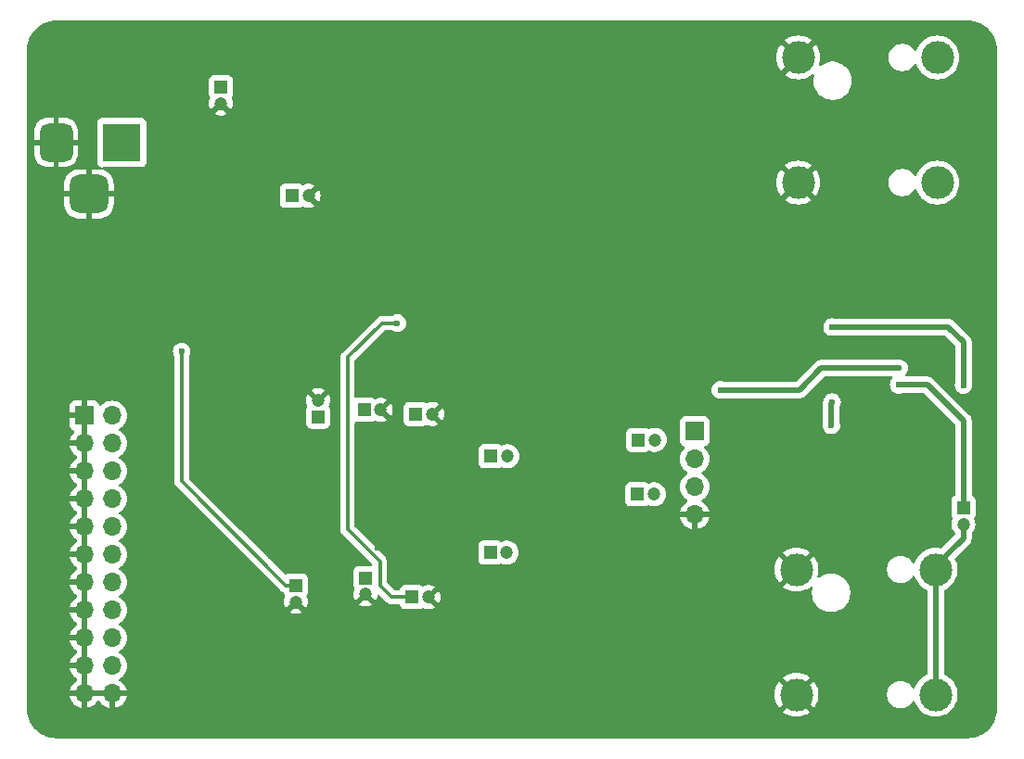
<source format=gbr>
%TF.GenerationSoftware,KiCad,Pcbnew,8.0.0*%
%TF.CreationDate,2024-10-04T19:08:59+02:00*%
%TF.ProjectId,guitar-effect,67756974-6172-42d6-9566-666563742e6b,rev?*%
%TF.SameCoordinates,Original*%
%TF.FileFunction,Copper,L2,Bot*%
%TF.FilePolarity,Positive*%
%FSLAX46Y46*%
G04 Gerber Fmt 4.6, Leading zero omitted, Abs format (unit mm)*
G04 Created by KiCad (PCBNEW 8.0.0) date 2024-10-04 19:08:59*
%MOMM*%
%LPD*%
G01*
G04 APERTURE LIST*
G04 Aperture macros list*
%AMRoundRect*
0 Rectangle with rounded corners*
0 $1 Rounding radius*
0 $2 $3 $4 $5 $6 $7 $8 $9 X,Y pos of 4 corners*
0 Add a 4 corners polygon primitive as box body*
4,1,4,$2,$3,$4,$5,$6,$7,$8,$9,$2,$3,0*
0 Add four circle primitives for the rounded corners*
1,1,$1+$1,$2,$3*
1,1,$1+$1,$4,$5*
1,1,$1+$1,$6,$7*
1,1,$1+$1,$8,$9*
0 Add four rect primitives between the rounded corners*
20,1,$1+$1,$2,$3,$4,$5,0*
20,1,$1+$1,$4,$5,$6,$7,0*
20,1,$1+$1,$6,$7,$8,$9,0*
20,1,$1+$1,$8,$9,$2,$3,0*%
G04 Aperture macros list end*
%TA.AperFunction,ComponentPad*%
%ADD10R,1.700000X1.700000*%
%TD*%
%TA.AperFunction,ComponentPad*%
%ADD11O,1.700000X1.700000*%
%TD*%
%TA.AperFunction,ComponentPad*%
%ADD12R,1.200000X1.200000*%
%TD*%
%TA.AperFunction,ComponentPad*%
%ADD13C,1.200000*%
%TD*%
%TA.AperFunction,ComponentPad*%
%ADD14R,3.500000X3.500000*%
%TD*%
%TA.AperFunction,ComponentPad*%
%ADD15RoundRect,0.750000X-0.750000X-1.000000X0.750000X-1.000000X0.750000X1.000000X-0.750000X1.000000X0*%
%TD*%
%TA.AperFunction,ComponentPad*%
%ADD16RoundRect,0.875000X-0.875000X-0.875000X0.875000X-0.875000X0.875000X0.875000X-0.875000X0.875000X0*%
%TD*%
%TA.AperFunction,ComponentPad*%
%ADD17C,3.000000*%
%TD*%
%TA.AperFunction,ViaPad*%
%ADD18C,0.600000*%
%TD*%
%TA.AperFunction,Conductor*%
%ADD19C,0.300000*%
%TD*%
%TA.AperFunction,Conductor*%
%ADD20C,0.500000*%
%TD*%
G04 APERTURE END LIST*
D10*
%TO.P,J2,1,Pin_1*%
%TO.N,AGND*%
X129540000Y-100076000D03*
D11*
%TO.P,J2,2,Pin_2*%
%TO.N,DATA_OUT*%
X132080000Y-100076000D03*
%TO.P,J2,3,Pin_3*%
%TO.N,AGND*%
X129540000Y-102616000D03*
%TO.P,J2,4,Pin_4*%
%TO.N,BIT*%
X132080000Y-102616000D03*
%TO.P,J2,5,Pin_5*%
%TO.N,AGND*%
X129540000Y-105156000D03*
%TO.P,J2,6,Pin_6*%
%TO.N,LRCLK*%
X132080000Y-105156000D03*
%TO.P,J2,7,Pin_7*%
%TO.N,AGND*%
X129540000Y-107696000D03*
%TO.P,J2,8,Pin_8*%
%TO.N,SYSCLK*%
X132080000Y-107696000D03*
%TO.P,J2,9,Pin_9*%
%TO.N,AGND*%
X129540000Y-110236000D03*
%TO.P,J2,10,Pin_10*%
%TO.N,ML{slash}PDDA*%
X132080000Y-110236000D03*
%TO.P,J2,11,Pin_11*%
%TO.N,AGND*%
X129540000Y-112776000D03*
%TO.P,J2,12,Pin_12*%
%TO.N,RST{slash}PDAD*%
X132080000Y-112776000D03*
%TO.P,J2,13,Pin_13*%
%TO.N,AGND*%
X129540000Y-115316000D03*
%TO.P,J2,14,Pin_14*%
%TO.N,MC{slash}DEM0*%
X132080000Y-115316000D03*
%TO.P,J2,15,Pin_15*%
%TO.N,AGND*%
X129540000Y-117856000D03*
%TO.P,J2,16,Pin_16*%
%TO.N,MC{slash}DEM1*%
X132080000Y-117856000D03*
%TO.P,J2,17,Pin_17*%
%TO.N,AGND*%
X129540000Y-120396000D03*
%TO.P,J2,18,Pin_18*%
%TO.N,DIN*%
X132080000Y-120396000D03*
%TO.P,J2,19,Pin_19*%
%TO.N,AGND*%
X129540000Y-122936000D03*
%TO.P,J2,20,Pin_20*%
%TO.N,ZFLG*%
X132080000Y-122936000D03*
%TO.P,J2,21,Pin_21*%
%TO.N,AGND*%
X129540000Y-125476000D03*
%TO.P,J2,22,Pin_22*%
X132080000Y-125476000D03*
%TD*%
D12*
%TO.P,C_Polarized1,1*%
%TO.N,AVDD*%
X159461000Y-116679000D03*
D13*
%TO.P,C_Polarized1,2*%
%TO.N,AGND*%
X160961000Y-116679000D03*
%TD*%
D14*
%TO.P,J1,1*%
%TO.N,Net-(D2-A)*%
X132971900Y-75128600D03*
D15*
%TO.P,J1,2*%
%TO.N,AGND*%
X126971900Y-75128600D03*
D16*
%TO.P,J1,3*%
X129971900Y-79828600D03*
%TD*%
D12*
%TO.P,C_Polarized11,1*%
%TO.N,Net-(IC1-VOUTL)*%
X180050000Y-107275000D03*
D13*
%TO.P,C_Polarized11,2*%
%TO.N,LCH_OUT*%
X181550000Y-107275000D03*
%TD*%
D12*
%TO.P,C_Polarized10,1*%
%TO.N,Net-(IC1-VINL)*%
X180100000Y-102300000D03*
D13*
%TO.P,C_Polarized10,2*%
%TO.N,LCH_IN*%
X181600000Y-102300000D03*
%TD*%
D12*
%TO.P,C_Polarized6,1*%
%TO.N,Net-(IC1-VREF1)*%
X155091000Y-99568000D03*
D13*
%TO.P,C_Polarized6,2*%
%TO.N,AGND*%
X156591000Y-99568000D03*
%TD*%
D12*
%TO.P,C_Polarized5,1*%
%TO.N,Net-(IC1-VINR)*%
X166648000Y-103800000D03*
D13*
%TO.P,C_Polarized5,2*%
%TO.N,RCH_IN*%
X168148000Y-103800000D03*
%TD*%
D17*
%TO.P,J5,S*%
%TO.N,GUITAR_IN*%
X207412000Y-67367000D03*
%TO.P,J5,SN*%
X207412000Y-78797000D03*
%TO.P,J5,T*%
%TO.N,AGND*%
X194712000Y-67367000D03*
%TO.P,J5,TN*%
X194712000Y-78797000D03*
%TD*%
D12*
%TO.P,C_Polarized2,1*%
%TO.N,AVDD*%
X159811000Y-99949000D03*
D13*
%TO.P,C_Polarized2,2*%
%TO.N,AGND*%
X161311000Y-99949000D03*
%TD*%
D12*
%TO.P,C_Polarized13,1*%
%TO.N,Net-(IC4-VOUT_B)*%
X209788599Y-108497399D03*
D13*
%TO.P,C_Polarized13,2*%
%TO.N,GUITAR_OUT*%
X209788599Y-109997399D03*
%TD*%
D12*
%TO.P,C_Polarized8,1*%
%TO.N,Net-(IC1-VREF2)*%
X150876000Y-100179000D03*
D13*
%TO.P,C_Polarized8,2*%
%TO.N,AGND*%
X150876000Y-98679000D03*
%TD*%
D12*
%TO.P,C_Polarized12,1*%
%TO.N,VDD*%
X148844000Y-115609400D03*
D13*
%TO.P,C_Polarized12,2*%
%TO.N,AGND*%
X148844000Y-117109400D03*
%TD*%
D12*
%TO.P,C_Polarized4,1*%
%TO.N,VCC*%
X148502401Y-80010000D03*
D13*
%TO.P,C_Polarized4,2*%
%TO.N,AGND*%
X150002401Y-80010000D03*
%TD*%
D12*
%TO.P,C_Polarized9,1*%
%TO.N,Net-(IC1-VOUTR)*%
X166600000Y-112600000D03*
D13*
%TO.P,C_Polarized9,2*%
%TO.N,RCH_OUT*%
X168100000Y-112600000D03*
%TD*%
D10*
%TO.P,J3,1,Pin_1*%
%TO.N,LCH_IN*%
X185250000Y-101510000D03*
D11*
%TO.P,J3,2,Pin_2*%
%TO.N,unconnected-(J3-Pin_2-Pad2)*%
X185250000Y-104050000D03*
%TO.P,J3,3,Pin_3*%
%TO.N,LCH_OUT*%
X185250000Y-106590000D03*
%TO.P,J3,4,Pin_4*%
%TO.N,AGND*%
X185250000Y-109130000D03*
%TD*%
D12*
%TO.P,C_Polarized7,1*%
%TO.N,Net-(IC1-VCOM)*%
X155194000Y-114929000D03*
D13*
%TO.P,C_Polarized7,2*%
%TO.N,AGND*%
X155194000Y-116429000D03*
%TD*%
D12*
%TO.P,C_Polarized3,1*%
%TO.N,Net-(D1-K)*%
X142014800Y-70064600D03*
D13*
%TO.P,C_Polarized3,2*%
%TO.N,AGND*%
X142014800Y-71564600D03*
%TD*%
D17*
%TO.P,J4,S*%
%TO.N,GUITAR_OUT*%
X207259600Y-114153800D03*
%TO.P,J4,SN*%
X207259600Y-125583800D03*
%TO.P,J4,T*%
%TO.N,AGND*%
X194559600Y-114153800D03*
%TO.P,J4,TN*%
X194559600Y-125583800D03*
%TD*%
D18*
%TO.N,VDD*%
X138430000Y-94234000D03*
%TO.N,AVDD*%
X158125000Y-91625000D03*
%TO.N,AGND*%
X153535000Y-80920000D03*
X196088000Y-88392000D03*
X160528000Y-129032000D03*
X185928000Y-82296000D03*
X184404000Y-120904000D03*
X211328000Y-118364000D03*
X160528000Y-89408000D03*
X156464000Y-129032000D03*
X148111000Y-110329000D03*
X182880000Y-99060000D03*
X211328000Y-115824000D03*
X211328000Y-77724000D03*
X211328000Y-91948000D03*
X203200000Y-129032000D03*
X196088000Y-93472000D03*
X197104000Y-129032000D03*
X170688000Y-72644000D03*
X164592000Y-72644000D03*
X208686400Y-95148400D03*
X154432000Y-118872000D03*
X184404000Y-80264000D03*
X162560000Y-109220000D03*
X184912000Y-93472000D03*
X211328000Y-97536000D03*
X182880000Y-115824000D03*
X166624000Y-72644000D03*
X156350000Y-112175000D03*
X145107000Y-88072000D03*
X195072000Y-84836000D03*
X160020000Y-80264000D03*
X161036000Y-91440000D03*
X211328000Y-110744000D03*
X211328000Y-94488000D03*
X211328000Y-66040000D03*
X183388000Y-95504000D03*
X211328000Y-88900000D03*
X176784000Y-129032000D03*
X211328000Y-103124000D03*
X147607000Y-87172000D03*
X146576801Y-112894801D03*
X162169499Y-103287499D03*
X207264000Y-129032000D03*
X192024000Y-64516000D03*
X182372000Y-67056000D03*
X174752000Y-129032000D03*
X205232000Y-129032000D03*
X154432000Y-124968000D03*
X211328000Y-85852000D03*
X168656000Y-129032000D03*
X173736000Y-72136000D03*
X209296000Y-127508000D03*
X162560000Y-72644000D03*
X162509200Y-79552800D03*
X158496000Y-129032000D03*
X184404000Y-73152000D03*
X191008000Y-129032000D03*
X186944000Y-92964000D03*
X154432000Y-120904000D03*
X166624000Y-129032000D03*
X157988000Y-92964000D03*
X211328000Y-68072000D03*
X201175000Y-96950000D03*
X199644000Y-64516000D03*
X193040000Y-129032000D03*
X189484000Y-92456000D03*
X178816000Y-111252000D03*
X178816000Y-129032000D03*
X201168000Y-129032000D03*
X164084000Y-111252000D03*
X164800000Y-83200000D03*
X184404000Y-70104000D03*
X159004000Y-110236000D03*
X164592000Y-129032000D03*
X190084400Y-95333400D03*
X196088000Y-89916000D03*
X180848000Y-129032000D03*
X184404000Y-65532000D03*
X202582400Y-107274400D03*
X160528000Y-109220000D03*
X184404000Y-127000000D03*
X170688000Y-129032000D03*
X193040000Y-90932000D03*
X179324000Y-69088000D03*
X178308000Y-104648000D03*
X184404000Y-124968000D03*
X194564000Y-83312000D03*
X201676000Y-64516000D03*
X149987000Y-86106000D03*
X211328000Y-75692000D03*
X195072000Y-129032000D03*
X183388000Y-93980000D03*
X154432000Y-129032000D03*
X192024000Y-83312000D03*
X182880000Y-129032000D03*
X211328000Y-105664000D03*
X188432400Y-100074400D03*
X160528000Y-86868000D03*
X211328000Y-125984000D03*
X180848000Y-68072000D03*
X211328000Y-108204000D03*
X184404000Y-67564000D03*
X211328000Y-83312000D03*
X162560000Y-129032000D03*
X186944000Y-129032000D03*
X152536000Y-70484000D03*
X154432000Y-127000000D03*
X188976000Y-83312000D03*
X184912000Y-129032000D03*
X177292000Y-109220000D03*
X184404000Y-118872000D03*
X155956000Y-94488000D03*
X196088000Y-86360000D03*
X160528000Y-85344000D03*
X180848000Y-113792000D03*
X188976000Y-129032000D03*
X199136000Y-129032000D03*
X192024000Y-92456000D03*
X209804000Y-64516000D03*
X211328000Y-120904000D03*
X183896000Y-117348000D03*
X194056000Y-64516000D03*
X172720000Y-129032000D03*
X202200000Y-89525000D03*
X211328000Y-100584000D03*
X184404000Y-123444000D03*
X154977589Y-68838997D03*
X211328000Y-123444000D03*
X192024000Y-106883200D03*
X197104000Y-64516000D03*
X211328000Y-73152000D03*
X142777000Y-91948000D03*
X177800000Y-70104000D03*
X154940000Y-95504000D03*
X185420000Y-65024000D03*
X160020000Y-78740000D03*
X154432000Y-122936000D03*
X184404000Y-77724000D03*
X211328000Y-113284000D03*
X205740000Y-64516000D03*
X189992000Y-64516000D03*
X211328000Y-80264000D03*
X187960000Y-64516000D03*
X211328000Y-70612000D03*
X175768000Y-71120000D03*
X161544000Y-73660000D03*
%TO.N,AVCC*%
X197732400Y-100974400D03*
X209800000Y-97300000D03*
X197800000Y-92000000D03*
X197800000Y-98856800D03*
%TO.N,RCH_IN*%
X187604400Y-97739200D03*
X203911200Y-95758000D03*
%TO.N,Net-(IC4-VOUT_B)*%
X203875000Y-97275000D03*
%TD*%
D19*
%TO.N,VDD*%
X138430000Y-97536000D02*
X138430000Y-94234000D01*
X147944000Y-115609400D02*
X138430000Y-106095400D01*
X148844000Y-115609400D02*
X147944000Y-115609400D01*
X138430000Y-106095400D02*
X138430000Y-97536000D01*
%TO.N,AVDD*%
X156525000Y-113443000D02*
X153575000Y-110493000D01*
X156525000Y-115600000D02*
X156525000Y-113443000D01*
X153575000Y-110493000D02*
X153575000Y-94750000D01*
X157604000Y-116679000D02*
X156525000Y-115600000D01*
X156700000Y-91625000D02*
X158125000Y-91625000D01*
X153575000Y-94750000D02*
X156700000Y-91625000D01*
X159461000Y-116679000D02*
X157604000Y-116679000D01*
D20*
%TO.N,AVCC*%
X197800000Y-92000000D02*
X208400000Y-92000000D01*
X208400000Y-92000000D02*
X209800000Y-93400000D01*
X197732400Y-98924400D02*
X197800000Y-98856800D01*
X209800000Y-93400000D02*
X209800000Y-97300000D01*
X197732400Y-100974400D02*
X197732400Y-98924400D01*
%TO.N,GUITAR_OUT*%
X209788599Y-109997399D02*
X209788599Y-111267401D01*
X207259600Y-113796400D02*
X207259600Y-114153800D01*
X209788599Y-111267401D02*
X207259600Y-113796400D01*
X207259600Y-125583800D02*
X207259600Y-114153800D01*
%TO.N,RCH_IN*%
X187604400Y-97739200D02*
X194818000Y-97739200D01*
X196799200Y-95758000D02*
X203911200Y-95758000D01*
X194818000Y-97739200D02*
X196799200Y-95758000D01*
%TO.N,Net-(IC4-VOUT_B)*%
X209788599Y-108497399D02*
X209788599Y-100568599D01*
X206495000Y-97275000D02*
X203875000Y-97275000D01*
X209788599Y-100568599D02*
X206495000Y-97275000D01*
%TD*%
%TA.AperFunction,Conductor*%
%TO.N,AGND*%
G36*
X131614075Y-125283007D02*
G01*
X131580000Y-125410174D01*
X131580000Y-125541826D01*
X131614075Y-125668993D01*
X131646988Y-125726000D01*
X129973012Y-125726000D01*
X130005925Y-125668993D01*
X130040000Y-125541826D01*
X130040000Y-125410174D01*
X130005925Y-125283007D01*
X129973012Y-125226000D01*
X131646988Y-125226000D01*
X131614075Y-125283007D01*
G37*
%TD.AperFunction*%
%TA.AperFunction,Conductor*%
G36*
X129790000Y-125042988D02*
G01*
X129732993Y-125010075D01*
X129605826Y-124976000D01*
X129474174Y-124976000D01*
X129347007Y-125010075D01*
X129290000Y-125042988D01*
X129290000Y-123369012D01*
X129347007Y-123401925D01*
X129474174Y-123436000D01*
X129605826Y-123436000D01*
X129732993Y-123401925D01*
X129790000Y-123369012D01*
X129790000Y-125042988D01*
G37*
%TD.AperFunction*%
%TA.AperFunction,Conductor*%
G36*
X129790000Y-122502988D02*
G01*
X129732993Y-122470075D01*
X129605826Y-122436000D01*
X129474174Y-122436000D01*
X129347007Y-122470075D01*
X129290000Y-122502988D01*
X129290000Y-120829012D01*
X129347007Y-120861925D01*
X129474174Y-120896000D01*
X129605826Y-120896000D01*
X129732993Y-120861925D01*
X129790000Y-120829012D01*
X129790000Y-122502988D01*
G37*
%TD.AperFunction*%
%TA.AperFunction,Conductor*%
G36*
X129790000Y-119962988D02*
G01*
X129732993Y-119930075D01*
X129605826Y-119896000D01*
X129474174Y-119896000D01*
X129347007Y-119930075D01*
X129290000Y-119962988D01*
X129290000Y-118289012D01*
X129347007Y-118321925D01*
X129474174Y-118356000D01*
X129605826Y-118356000D01*
X129732993Y-118321925D01*
X129790000Y-118289012D01*
X129790000Y-119962988D01*
G37*
%TD.AperFunction*%
%TA.AperFunction,Conductor*%
G36*
X129790000Y-117422988D02*
G01*
X129732993Y-117390075D01*
X129605826Y-117356000D01*
X129474174Y-117356000D01*
X129347007Y-117390075D01*
X129290000Y-117422988D01*
X129290000Y-115749012D01*
X129347007Y-115781925D01*
X129474174Y-115816000D01*
X129605826Y-115816000D01*
X129732993Y-115781925D01*
X129790000Y-115749012D01*
X129790000Y-117422988D01*
G37*
%TD.AperFunction*%
%TA.AperFunction,Conductor*%
G36*
X129790000Y-114882988D02*
G01*
X129732993Y-114850075D01*
X129605826Y-114816000D01*
X129474174Y-114816000D01*
X129347007Y-114850075D01*
X129290000Y-114882988D01*
X129290000Y-113209012D01*
X129347007Y-113241925D01*
X129474174Y-113276000D01*
X129605826Y-113276000D01*
X129732993Y-113241925D01*
X129790000Y-113209012D01*
X129790000Y-114882988D01*
G37*
%TD.AperFunction*%
%TA.AperFunction,Conductor*%
G36*
X129790000Y-112342988D02*
G01*
X129732993Y-112310075D01*
X129605826Y-112276000D01*
X129474174Y-112276000D01*
X129347007Y-112310075D01*
X129290000Y-112342988D01*
X129290000Y-110669012D01*
X129347007Y-110701925D01*
X129474174Y-110736000D01*
X129605826Y-110736000D01*
X129732993Y-110701925D01*
X129790000Y-110669012D01*
X129790000Y-112342988D01*
G37*
%TD.AperFunction*%
%TA.AperFunction,Conductor*%
G36*
X129790000Y-109802988D02*
G01*
X129732993Y-109770075D01*
X129605826Y-109736000D01*
X129474174Y-109736000D01*
X129347007Y-109770075D01*
X129290000Y-109802988D01*
X129290000Y-108129012D01*
X129347007Y-108161925D01*
X129474174Y-108196000D01*
X129605826Y-108196000D01*
X129732993Y-108161925D01*
X129790000Y-108129012D01*
X129790000Y-109802988D01*
G37*
%TD.AperFunction*%
%TA.AperFunction,Conductor*%
G36*
X129790000Y-107262988D02*
G01*
X129732993Y-107230075D01*
X129605826Y-107196000D01*
X129474174Y-107196000D01*
X129347007Y-107230075D01*
X129290000Y-107262988D01*
X129290000Y-105589012D01*
X129347007Y-105621925D01*
X129474174Y-105656000D01*
X129605826Y-105656000D01*
X129732993Y-105621925D01*
X129790000Y-105589012D01*
X129790000Y-107262988D01*
G37*
%TD.AperFunction*%
%TA.AperFunction,Conductor*%
G36*
X129790000Y-104722988D02*
G01*
X129732993Y-104690075D01*
X129605826Y-104656000D01*
X129474174Y-104656000D01*
X129347007Y-104690075D01*
X129290000Y-104722988D01*
X129290000Y-103049012D01*
X129347007Y-103081925D01*
X129474174Y-103116000D01*
X129605826Y-103116000D01*
X129732993Y-103081925D01*
X129790000Y-103049012D01*
X129790000Y-104722988D01*
G37*
%TD.AperFunction*%
%TA.AperFunction,Conductor*%
G36*
X129790000Y-102182988D02*
G01*
X129732993Y-102150075D01*
X129605826Y-102116000D01*
X129474174Y-102116000D01*
X129347007Y-102150075D01*
X129290000Y-102182988D01*
X129290000Y-100509012D01*
X129347007Y-100541925D01*
X129474174Y-100576000D01*
X129605826Y-100576000D01*
X129732993Y-100541925D01*
X129790000Y-100509012D01*
X129790000Y-102182988D01*
G37*
%TD.AperFunction*%
%TA.AperFunction,Conductor*%
G36*
X210188472Y-64000695D02*
G01*
X210477507Y-64016927D01*
X210491305Y-64018481D01*
X210773265Y-64066388D01*
X210786821Y-64069482D01*
X211061642Y-64148657D01*
X211074768Y-64153250D01*
X211338994Y-64262696D01*
X211351508Y-64268722D01*
X211601830Y-64407070D01*
X211613603Y-64414468D01*
X211846843Y-64579961D01*
X211857704Y-64588622D01*
X212070964Y-64779202D01*
X212080797Y-64789035D01*
X212271373Y-65002290D01*
X212280042Y-65013162D01*
X212445530Y-65246395D01*
X212452929Y-65258169D01*
X212591273Y-65508484D01*
X212597306Y-65521012D01*
X212706749Y-65785232D01*
X212711342Y-65798357D01*
X212790517Y-66073178D01*
X212793611Y-66086735D01*
X212841516Y-66368684D01*
X212843073Y-66382502D01*
X212859305Y-66671527D01*
X212859500Y-66678480D01*
X212859500Y-126880254D01*
X212859305Y-126887209D01*
X212843069Y-127176235D01*
X212841512Y-127190052D01*
X212793604Y-127472007D01*
X212790510Y-127485563D01*
X212711334Y-127760385D01*
X212706741Y-127773510D01*
X212597295Y-128037733D01*
X212591262Y-128050261D01*
X212452920Y-128300572D01*
X212445522Y-128312346D01*
X212280022Y-128545599D01*
X212271352Y-128556471D01*
X212080787Y-128769715D01*
X212070955Y-128779547D01*
X211857699Y-128970128D01*
X211846828Y-128978797D01*
X211613591Y-129144294D01*
X211601817Y-129151693D01*
X211351501Y-129290043D01*
X211338973Y-129296076D01*
X211074752Y-129405525D01*
X211061628Y-129410118D01*
X210786808Y-129489300D01*
X210773251Y-129492394D01*
X210491306Y-129540306D01*
X210477489Y-129541864D01*
X210189451Y-129558049D01*
X210182494Y-129558244D01*
X127074528Y-129558244D01*
X127074499Y-129558242D01*
X127065876Y-129558242D01*
X127058418Y-129558242D01*
X127003459Y-129558243D01*
X126996508Y-129558048D01*
X126707489Y-129541826D01*
X126693671Y-129540270D01*
X126411711Y-129492371D01*
X126398153Y-129489277D01*
X126166796Y-129422630D01*
X126123327Y-129410108D01*
X126110203Y-129405516D01*
X125988407Y-129355069D01*
X125845976Y-129296075D01*
X125833451Y-129290043D01*
X125583135Y-129151702D01*
X125571361Y-129144305D01*
X125338106Y-128978807D01*
X125327234Y-128970136D01*
X125113992Y-128779574D01*
X125104159Y-128769742D01*
X124913576Y-128556483D01*
X124904917Y-128545625D01*
X124739404Y-128312358D01*
X124732017Y-128300600D01*
X124593671Y-128050278D01*
X124587638Y-128037750D01*
X124478197Y-127773532D01*
X124473604Y-127760407D01*
X124473598Y-127760385D01*
X124394426Y-127485563D01*
X124391339Y-127472035D01*
X124343432Y-127190060D01*
X124341878Y-127176265D01*
X124325695Y-126888008D01*
X124325500Y-126881056D01*
X124325500Y-126880254D01*
X124325501Y-126817861D01*
X124325500Y-126817857D01*
X124325500Y-100973844D01*
X128190000Y-100973844D01*
X128196401Y-101033372D01*
X128196403Y-101033379D01*
X128246645Y-101168086D01*
X128246649Y-101168093D01*
X128332809Y-101283187D01*
X128332812Y-101283190D01*
X128447906Y-101369350D01*
X128447913Y-101369354D01*
X128579986Y-101418614D01*
X128635920Y-101460485D01*
X128660337Y-101525949D01*
X128645486Y-101594222D01*
X128624335Y-101622477D01*
X128501886Y-101744926D01*
X128366400Y-101938420D01*
X128366399Y-101938422D01*
X128266570Y-102152507D01*
X128266567Y-102152513D01*
X128209364Y-102365999D01*
X128209364Y-102366000D01*
X129106988Y-102366000D01*
X129074075Y-102423007D01*
X129040000Y-102550174D01*
X129040000Y-102681826D01*
X129074075Y-102808993D01*
X129106988Y-102866000D01*
X128209364Y-102866000D01*
X128266567Y-103079486D01*
X128266570Y-103079492D01*
X128366399Y-103293578D01*
X128501894Y-103487082D01*
X128668917Y-103654105D01*
X128855031Y-103784425D01*
X128898656Y-103839003D01*
X128905848Y-103908501D01*
X128874326Y-103970856D01*
X128855031Y-103987575D01*
X128668922Y-104117890D01*
X128668920Y-104117891D01*
X128501891Y-104284920D01*
X128501886Y-104284926D01*
X128366400Y-104478420D01*
X128366399Y-104478422D01*
X128266570Y-104692507D01*
X128266567Y-104692513D01*
X128209364Y-104905999D01*
X128209364Y-104906000D01*
X129106988Y-104906000D01*
X129074075Y-104963007D01*
X129040000Y-105090174D01*
X129040000Y-105221826D01*
X129074075Y-105348993D01*
X129106988Y-105406000D01*
X128209364Y-105406000D01*
X128266567Y-105619486D01*
X128266570Y-105619492D01*
X128366399Y-105833578D01*
X128501894Y-106027082D01*
X128668917Y-106194105D01*
X128855031Y-106324425D01*
X128898656Y-106379003D01*
X128905848Y-106448501D01*
X128874326Y-106510856D01*
X128855031Y-106527575D01*
X128668922Y-106657890D01*
X128668920Y-106657891D01*
X128501891Y-106824920D01*
X128501886Y-106824926D01*
X128366400Y-107018420D01*
X128366399Y-107018422D01*
X128266570Y-107232507D01*
X128266567Y-107232513D01*
X128209364Y-107445999D01*
X128209364Y-107446000D01*
X129106988Y-107446000D01*
X129074075Y-107503007D01*
X129040000Y-107630174D01*
X129040000Y-107761826D01*
X129074075Y-107888993D01*
X129106988Y-107946000D01*
X128209364Y-107946000D01*
X128266567Y-108159486D01*
X128266570Y-108159492D01*
X128366399Y-108373578D01*
X128501894Y-108567082D01*
X128668917Y-108734105D01*
X128855031Y-108864425D01*
X128898656Y-108919003D01*
X128905848Y-108988501D01*
X128874326Y-109050856D01*
X128855031Y-109067575D01*
X128668922Y-109197890D01*
X128668920Y-109197891D01*
X128501891Y-109364920D01*
X128501886Y-109364926D01*
X128366400Y-109558420D01*
X128366399Y-109558422D01*
X128266570Y-109772507D01*
X128266567Y-109772513D01*
X128209364Y-109985999D01*
X128209364Y-109986000D01*
X129106988Y-109986000D01*
X129074075Y-110043007D01*
X129040000Y-110170174D01*
X129040000Y-110301826D01*
X129074075Y-110428993D01*
X129106988Y-110486000D01*
X128209364Y-110486000D01*
X128266567Y-110699486D01*
X128266570Y-110699492D01*
X128366399Y-110913578D01*
X128501894Y-111107082D01*
X128668917Y-111274105D01*
X128855031Y-111404425D01*
X128898656Y-111459003D01*
X128905848Y-111528501D01*
X128874326Y-111590856D01*
X128855031Y-111607575D01*
X128668922Y-111737890D01*
X128668920Y-111737891D01*
X128501891Y-111904920D01*
X128501886Y-111904926D01*
X128366400Y-112098420D01*
X128366399Y-112098422D01*
X128266570Y-112312507D01*
X128266567Y-112312513D01*
X128209364Y-112525999D01*
X128209364Y-112526000D01*
X129106988Y-112526000D01*
X129074075Y-112583007D01*
X129040000Y-112710174D01*
X129040000Y-112841826D01*
X129074075Y-112968993D01*
X129106988Y-113026000D01*
X128209364Y-113026000D01*
X128266567Y-113239486D01*
X128266570Y-113239492D01*
X128366399Y-113453578D01*
X128501894Y-113647082D01*
X128668917Y-113814105D01*
X128855031Y-113944425D01*
X128898656Y-113999003D01*
X128905848Y-114068501D01*
X128874326Y-114130856D01*
X128855031Y-114147575D01*
X128668922Y-114277890D01*
X128668920Y-114277891D01*
X128501891Y-114444920D01*
X128501886Y-114444926D01*
X128366400Y-114638420D01*
X128366399Y-114638422D01*
X128266570Y-114852507D01*
X128266567Y-114852513D01*
X128209364Y-115065999D01*
X128209364Y-115066000D01*
X129106988Y-115066000D01*
X129074075Y-115123007D01*
X129040000Y-115250174D01*
X129040000Y-115381826D01*
X129074075Y-115508993D01*
X129106988Y-115566000D01*
X128209364Y-115566000D01*
X128266567Y-115779486D01*
X128266570Y-115779492D01*
X128366399Y-115993578D01*
X128501894Y-116187082D01*
X128668917Y-116354105D01*
X128855031Y-116484425D01*
X128898656Y-116539003D01*
X128905848Y-116608501D01*
X128874326Y-116670856D01*
X128855031Y-116687575D01*
X128668922Y-116817890D01*
X128668920Y-116817891D01*
X128501891Y-116984920D01*
X128501886Y-116984926D01*
X128366400Y-117178420D01*
X128366399Y-117178422D01*
X128266570Y-117392507D01*
X128266567Y-117392513D01*
X128209364Y-117605999D01*
X128209364Y-117606000D01*
X129106988Y-117606000D01*
X129074075Y-117663007D01*
X129040000Y-117790174D01*
X129040000Y-117921826D01*
X129074075Y-118048993D01*
X129106988Y-118106000D01*
X128209364Y-118106000D01*
X128266567Y-118319486D01*
X128266570Y-118319492D01*
X128366399Y-118533578D01*
X128501894Y-118727082D01*
X128668917Y-118894105D01*
X128855031Y-119024425D01*
X128898656Y-119079003D01*
X128905848Y-119148501D01*
X128874326Y-119210856D01*
X128855031Y-119227575D01*
X128668922Y-119357890D01*
X128668920Y-119357891D01*
X128501891Y-119524920D01*
X128501886Y-119524926D01*
X128366400Y-119718420D01*
X128366399Y-119718422D01*
X128266570Y-119932507D01*
X128266567Y-119932513D01*
X128209364Y-120145999D01*
X128209364Y-120146000D01*
X129106988Y-120146000D01*
X129074075Y-120203007D01*
X129040000Y-120330174D01*
X129040000Y-120461826D01*
X129074075Y-120588993D01*
X129106988Y-120646000D01*
X128209364Y-120646000D01*
X128266567Y-120859486D01*
X128266570Y-120859492D01*
X128366399Y-121073578D01*
X128501894Y-121267082D01*
X128668917Y-121434105D01*
X128855031Y-121564425D01*
X128898656Y-121619003D01*
X128905848Y-121688501D01*
X128874326Y-121750856D01*
X128855031Y-121767575D01*
X128668922Y-121897890D01*
X128668920Y-121897891D01*
X128501891Y-122064920D01*
X128501886Y-122064926D01*
X128366400Y-122258420D01*
X128366399Y-122258422D01*
X128266570Y-122472507D01*
X128266567Y-122472513D01*
X128209364Y-122685999D01*
X128209364Y-122686000D01*
X129106988Y-122686000D01*
X129074075Y-122743007D01*
X129040000Y-122870174D01*
X129040000Y-123001826D01*
X129074075Y-123128993D01*
X129106988Y-123186000D01*
X128209364Y-123186000D01*
X128266567Y-123399486D01*
X128266570Y-123399492D01*
X128366399Y-123613578D01*
X128501894Y-123807082D01*
X128668917Y-123974105D01*
X128855031Y-124104425D01*
X128898656Y-124159003D01*
X128905848Y-124228501D01*
X128874326Y-124290856D01*
X128855031Y-124307575D01*
X128668922Y-124437890D01*
X128668920Y-124437891D01*
X128501891Y-124604920D01*
X128501886Y-124604926D01*
X128366400Y-124798420D01*
X128366399Y-124798422D01*
X128266570Y-125012507D01*
X128266567Y-125012513D01*
X128209364Y-125225999D01*
X128209364Y-125226000D01*
X129106988Y-125226000D01*
X129074075Y-125283007D01*
X129040000Y-125410174D01*
X129040000Y-125541826D01*
X129074075Y-125668993D01*
X129106988Y-125726000D01*
X128209364Y-125726000D01*
X128266567Y-125939486D01*
X128266570Y-125939492D01*
X128366399Y-126153578D01*
X128501894Y-126347082D01*
X128668917Y-126514105D01*
X128862421Y-126649600D01*
X129076507Y-126749429D01*
X129076516Y-126749433D01*
X129290000Y-126806634D01*
X129290000Y-125909012D01*
X129347007Y-125941925D01*
X129474174Y-125976000D01*
X129605826Y-125976000D01*
X129732993Y-125941925D01*
X129790000Y-125909012D01*
X129790000Y-126806633D01*
X130003483Y-126749433D01*
X130003492Y-126749429D01*
X130217578Y-126649600D01*
X130411082Y-126514105D01*
X130578105Y-126347082D01*
X130708425Y-126160968D01*
X130763002Y-126117344D01*
X130832501Y-126110151D01*
X130894855Y-126141673D01*
X130911575Y-126160968D01*
X131041894Y-126347082D01*
X131208917Y-126514105D01*
X131402421Y-126649600D01*
X131616507Y-126749429D01*
X131616516Y-126749433D01*
X131830000Y-126806634D01*
X131830000Y-125909012D01*
X131887007Y-125941925D01*
X132014174Y-125976000D01*
X132145826Y-125976000D01*
X132272993Y-125941925D01*
X132330000Y-125909012D01*
X132330000Y-126806633D01*
X132543483Y-126749433D01*
X132543492Y-126749429D01*
X132757578Y-126649600D01*
X132951082Y-126514105D01*
X133118105Y-126347082D01*
X133253600Y-126153578D01*
X133353429Y-125939492D01*
X133353432Y-125939486D01*
X133410636Y-125726000D01*
X132513012Y-125726000D01*
X132545925Y-125668993D01*
X132568753Y-125583801D01*
X192554491Y-125583801D01*
X192574900Y-125869162D01*
X192635709Y-126148695D01*
X192735691Y-126416758D01*
X192872791Y-126667838D01*
X192872796Y-126667846D01*
X192979482Y-126810361D01*
X192979483Y-126810362D01*
X193882021Y-125907824D01*
X193894959Y-125939058D01*
X193977037Y-126061897D01*
X194081503Y-126166363D01*
X194204342Y-126248441D01*
X194235574Y-126261378D01*
X193333036Y-127163915D01*
X193475560Y-127270607D01*
X193475561Y-127270608D01*
X193726642Y-127407708D01*
X193726641Y-127407708D01*
X193994704Y-127507690D01*
X194274237Y-127568499D01*
X194559599Y-127588909D01*
X194559601Y-127588909D01*
X194844962Y-127568499D01*
X195124495Y-127507690D01*
X195392558Y-127407708D01*
X195643647Y-127270603D01*
X195786161Y-127163916D01*
X195786162Y-127163915D01*
X194883625Y-126261377D01*
X194914858Y-126248441D01*
X195037697Y-126166363D01*
X195142163Y-126061897D01*
X195224241Y-125939058D01*
X195237178Y-125907825D01*
X196139715Y-126810362D01*
X196139716Y-126810361D01*
X196246403Y-126667847D01*
X196383508Y-126416758D01*
X196483490Y-126148695D01*
X196544299Y-125869162D01*
X196564709Y-125583801D01*
X196564709Y-125583798D01*
X196544299Y-125298437D01*
X196483490Y-125018904D01*
X196383508Y-124750841D01*
X196246408Y-124499761D01*
X196246407Y-124499760D01*
X196139715Y-124357236D01*
X195237177Y-125259773D01*
X195224241Y-125228542D01*
X195142163Y-125105703D01*
X195037697Y-125001237D01*
X194914858Y-124919159D01*
X194883624Y-124906221D01*
X195786162Y-124003683D01*
X195786161Y-124003682D01*
X195643646Y-123896996D01*
X195643638Y-123896991D01*
X195392557Y-123759891D01*
X195392558Y-123759891D01*
X195124495Y-123659909D01*
X194844962Y-123599100D01*
X194559601Y-123578691D01*
X194559599Y-123578691D01*
X194274237Y-123599100D01*
X193994704Y-123659909D01*
X193726641Y-123759891D01*
X193475561Y-123896991D01*
X193475553Y-123896996D01*
X193333037Y-124003682D01*
X193333036Y-124003683D01*
X194235575Y-124906221D01*
X194204342Y-124919159D01*
X194081503Y-125001237D01*
X193977037Y-125105703D01*
X193894959Y-125228542D01*
X193882021Y-125259774D01*
X192979483Y-124357236D01*
X192979482Y-124357237D01*
X192872796Y-124499753D01*
X192872791Y-124499761D01*
X192735691Y-124750841D01*
X192635709Y-125018904D01*
X192574900Y-125298437D01*
X192554491Y-125583798D01*
X192554491Y-125583801D01*
X132568753Y-125583801D01*
X132580000Y-125541826D01*
X132580000Y-125410174D01*
X132545925Y-125283007D01*
X132513012Y-125226000D01*
X133410636Y-125226000D01*
X133410635Y-125225999D01*
X133353432Y-125012513D01*
X133353429Y-125012507D01*
X133253600Y-124798422D01*
X133253599Y-124798420D01*
X133118113Y-124604926D01*
X133118108Y-124604920D01*
X132951078Y-124437890D01*
X132765405Y-124307879D01*
X132721780Y-124253302D01*
X132714588Y-124183804D01*
X132746110Y-124121449D01*
X132765406Y-124104730D01*
X132909716Y-124003683D01*
X132951401Y-123974495D01*
X133118495Y-123807401D01*
X133254035Y-123613830D01*
X133353903Y-123399663D01*
X133415063Y-123171408D01*
X133435659Y-122936000D01*
X133415063Y-122700592D01*
X133353903Y-122472337D01*
X133254035Y-122258171D01*
X133248731Y-122250595D01*
X133118494Y-122064597D01*
X132951402Y-121897506D01*
X132951396Y-121897501D01*
X132765842Y-121767575D01*
X132722217Y-121712998D01*
X132715023Y-121643500D01*
X132746546Y-121581145D01*
X132765842Y-121564425D01*
X132788026Y-121548891D01*
X132951401Y-121434495D01*
X133118495Y-121267401D01*
X133254035Y-121073830D01*
X133353903Y-120859663D01*
X133415063Y-120631408D01*
X133435659Y-120396000D01*
X133415063Y-120160592D01*
X133353903Y-119932337D01*
X133254035Y-119718171D01*
X133248731Y-119710595D01*
X133118494Y-119524597D01*
X132951402Y-119357506D01*
X132951396Y-119357501D01*
X132765842Y-119227575D01*
X132722217Y-119172998D01*
X132715023Y-119103500D01*
X132746546Y-119041145D01*
X132765842Y-119024425D01*
X132788026Y-119008891D01*
X132951401Y-118894495D01*
X133118495Y-118727401D01*
X133254035Y-118533830D01*
X133353903Y-118319663D01*
X133415063Y-118091408D01*
X133419242Y-118043640D01*
X148263311Y-118043640D01*
X148351585Y-118098297D01*
X148541678Y-118171939D01*
X148742072Y-118209400D01*
X148945928Y-118209400D01*
X149146322Y-118171939D01*
X149336412Y-118098299D01*
X149336416Y-118098297D01*
X149424686Y-118043641D01*
X149424686Y-118043640D01*
X148844001Y-117462953D01*
X148844000Y-117462953D01*
X148263311Y-118043640D01*
X133419242Y-118043640D01*
X133435659Y-117856000D01*
X133415063Y-117620592D01*
X133360752Y-117417897D01*
X133353905Y-117392344D01*
X133353904Y-117392343D01*
X133353903Y-117392337D01*
X133254035Y-117178171D01*
X133248731Y-117170595D01*
X133118494Y-116984597D01*
X132951402Y-116817506D01*
X132951396Y-116817501D01*
X132765842Y-116687575D01*
X132722217Y-116632998D01*
X132715023Y-116563500D01*
X132746546Y-116501145D01*
X132765842Y-116484425D01*
X132812534Y-116451731D01*
X132951401Y-116354495D01*
X133118495Y-116187401D01*
X133254035Y-115993830D01*
X133353903Y-115779663D01*
X133415063Y-115551408D01*
X133435659Y-115316000D01*
X133435062Y-115309182D01*
X133428821Y-115237846D01*
X133415063Y-115080592D01*
X133367188Y-114901917D01*
X133353905Y-114852344D01*
X133353904Y-114852343D01*
X133353903Y-114852337D01*
X133254035Y-114638171D01*
X133248731Y-114630595D01*
X133118494Y-114444597D01*
X132951402Y-114277506D01*
X132951396Y-114277501D01*
X132765842Y-114147575D01*
X132722217Y-114092998D01*
X132715023Y-114023500D01*
X132746546Y-113961145D01*
X132765842Y-113944425D01*
X132874364Y-113868437D01*
X132951401Y-113814495D01*
X133118495Y-113647401D01*
X133254035Y-113453830D01*
X133353903Y-113239663D01*
X133415063Y-113011408D01*
X133435659Y-112776000D01*
X133415063Y-112540592D01*
X133353903Y-112312337D01*
X133254035Y-112098171D01*
X133248731Y-112090595D01*
X133118494Y-111904597D01*
X132951402Y-111737506D01*
X132951396Y-111737501D01*
X132765842Y-111607575D01*
X132722217Y-111552998D01*
X132715023Y-111483500D01*
X132746546Y-111421145D01*
X132765842Y-111404425D01*
X132855962Y-111341322D01*
X132951401Y-111274495D01*
X133118495Y-111107401D01*
X133254035Y-110913830D01*
X133353903Y-110699663D01*
X133415063Y-110471408D01*
X133435659Y-110236000D01*
X133415063Y-110000592D01*
X133353903Y-109772337D01*
X133254035Y-109558171D01*
X133248731Y-109550595D01*
X133118494Y-109364597D01*
X132951402Y-109197506D01*
X132951396Y-109197501D01*
X132765842Y-109067575D01*
X132722217Y-109012998D01*
X132715023Y-108943500D01*
X132746546Y-108881145D01*
X132765842Y-108864425D01*
X132825013Y-108822993D01*
X132951401Y-108734495D01*
X133118495Y-108567401D01*
X133254035Y-108373830D01*
X133353903Y-108159663D01*
X133415063Y-107931408D01*
X133435659Y-107696000D01*
X133415063Y-107460592D01*
X133353903Y-107232337D01*
X133254035Y-107018171D01*
X133248731Y-107010595D01*
X133118494Y-106824597D01*
X132951402Y-106657506D01*
X132951396Y-106657501D01*
X132765842Y-106527575D01*
X132722217Y-106472998D01*
X132715023Y-106403500D01*
X132746546Y-106341145D01*
X132765842Y-106324425D01*
X132821941Y-106285144D01*
X132951401Y-106194495D01*
X133118495Y-106027401D01*
X133254035Y-105833830D01*
X133353903Y-105619663D01*
X133415063Y-105391408D01*
X133435659Y-105156000D01*
X133415063Y-104920592D01*
X133353903Y-104692337D01*
X133254035Y-104478171D01*
X133248731Y-104470595D01*
X133118494Y-104284597D01*
X132951402Y-104117506D01*
X132951396Y-104117501D01*
X132765842Y-103987575D01*
X132722217Y-103932998D01*
X132715023Y-103863500D01*
X132746546Y-103801145D01*
X132765842Y-103784425D01*
X132788026Y-103768891D01*
X132951401Y-103654495D01*
X133118495Y-103487401D01*
X133254035Y-103293830D01*
X133353903Y-103079663D01*
X133415063Y-102851408D01*
X133435659Y-102616000D01*
X133434463Y-102602335D01*
X133418774Y-102423007D01*
X133415063Y-102380592D01*
X133353903Y-102152337D01*
X133254035Y-101938171D01*
X133248731Y-101930595D01*
X133118494Y-101744597D01*
X132951402Y-101577506D01*
X132951396Y-101577501D01*
X132765842Y-101447575D01*
X132722217Y-101392998D01*
X132715023Y-101323500D01*
X132746546Y-101261145D01*
X132765842Y-101244425D01*
X132874865Y-101168086D01*
X132951401Y-101114495D01*
X133118495Y-100947401D01*
X133254035Y-100753830D01*
X133353903Y-100539663D01*
X133415063Y-100311408D01*
X133435659Y-100076000D01*
X133415063Y-99840592D01*
X133353903Y-99612337D01*
X133254035Y-99398171D01*
X133232524Y-99367449D01*
X133118494Y-99204597D01*
X132951402Y-99037506D01*
X132951395Y-99037501D01*
X132949328Y-99036054D01*
X132885635Y-98991455D01*
X132757834Y-98901967D01*
X132757830Y-98901965D01*
X132757828Y-98901964D01*
X132543663Y-98802097D01*
X132543659Y-98802096D01*
X132543655Y-98802094D01*
X132315413Y-98740938D01*
X132315403Y-98740936D01*
X132080001Y-98720341D01*
X132079999Y-98720341D01*
X131844596Y-98740936D01*
X131844586Y-98740938D01*
X131616344Y-98802094D01*
X131616335Y-98802098D01*
X131402171Y-98901964D01*
X131402169Y-98901965D01*
X131208600Y-99037503D01*
X131086284Y-99159819D01*
X131024961Y-99193303D01*
X130955269Y-99188319D01*
X130899336Y-99146447D01*
X130882421Y-99115470D01*
X130833354Y-98983913D01*
X130833350Y-98983906D01*
X130747190Y-98868812D01*
X130747187Y-98868809D01*
X130632093Y-98782649D01*
X130632086Y-98782645D01*
X130497379Y-98732403D01*
X130497372Y-98732401D01*
X130437844Y-98726000D01*
X129790000Y-98726000D01*
X129790000Y-99642988D01*
X129732993Y-99610075D01*
X129605826Y-99576000D01*
X129474174Y-99576000D01*
X129347007Y-99610075D01*
X129290000Y-99642988D01*
X129290000Y-98726000D01*
X128642155Y-98726000D01*
X128582627Y-98732401D01*
X128582620Y-98732403D01*
X128447913Y-98782645D01*
X128447906Y-98782649D01*
X128332812Y-98868809D01*
X128332809Y-98868812D01*
X128246649Y-98983906D01*
X128246645Y-98983913D01*
X128196403Y-99118620D01*
X128196401Y-99118627D01*
X128190000Y-99178155D01*
X128190000Y-99826000D01*
X129106988Y-99826000D01*
X129074075Y-99883007D01*
X129040000Y-100010174D01*
X129040000Y-100141826D01*
X129074075Y-100268993D01*
X129106988Y-100326000D01*
X128190000Y-100326000D01*
X128190000Y-100973844D01*
X124325500Y-100973844D01*
X124325500Y-94234003D01*
X137624435Y-94234003D01*
X137644630Y-94413249D01*
X137644631Y-94413254D01*
X137704211Y-94583524D01*
X137760493Y-94673094D01*
X137779500Y-94739067D01*
X137779500Y-97471931D01*
X137779500Y-106159469D01*
X137779500Y-106159471D01*
X137779499Y-106159471D01*
X137804497Y-106285138D01*
X137804499Y-106285144D01*
X137849181Y-106393017D01*
X137853535Y-106403527D01*
X137924723Y-106510069D01*
X137924726Y-106510073D01*
X147529325Y-116114672D01*
X147529332Y-116114678D01*
X147621802Y-116176464D01*
X147621803Y-116176464D01*
X147626514Y-116179611D01*
X147635873Y-116185865D01*
X147635875Y-116185866D01*
X147635877Y-116185867D01*
X147672508Y-116201040D01*
X147726912Y-116244880D01*
X147748345Y-116302345D01*
X147749907Y-116316880D01*
X147800202Y-116451728D01*
X147800206Y-116451735D01*
X147839954Y-116504831D01*
X147864372Y-116570295D01*
X147851688Y-116634413D01*
X147813888Y-116710325D01*
X147813883Y-116710336D01*
X147758097Y-116906407D01*
X147758096Y-116906410D01*
X147739287Y-117109399D01*
X147739287Y-117109400D01*
X147758096Y-117312389D01*
X147758097Y-117312392D01*
X147813883Y-117508463D01*
X147813886Y-117508469D01*
X147904751Y-117690951D01*
X147906533Y-117693311D01*
X148549145Y-117050698D01*
X148544000Y-117069904D01*
X148544000Y-117148896D01*
X148564444Y-117225196D01*
X148603940Y-117293605D01*
X148659795Y-117349460D01*
X148728204Y-117388956D01*
X148804504Y-117409400D01*
X148883496Y-117409400D01*
X148959796Y-117388956D01*
X149028205Y-117349460D01*
X149084060Y-117293605D01*
X149123556Y-117225196D01*
X149144000Y-117148896D01*
X149144000Y-117069904D01*
X149138854Y-117050701D01*
X149781465Y-117693312D01*
X149783247Y-117690953D01*
X149783248Y-117690951D01*
X149874113Y-117508469D01*
X149874116Y-117508463D01*
X149915435Y-117363240D01*
X154613311Y-117363240D01*
X154701585Y-117417897D01*
X154891678Y-117491539D01*
X155092072Y-117529000D01*
X155295928Y-117529000D01*
X155496322Y-117491539D01*
X155686412Y-117417899D01*
X155686416Y-117417897D01*
X155774686Y-117363241D01*
X155774686Y-117363240D01*
X155194001Y-116782553D01*
X155194000Y-116782553D01*
X154613311Y-117363240D01*
X149915435Y-117363240D01*
X149929902Y-117312392D01*
X149929903Y-117312389D01*
X149948713Y-117109400D01*
X149948713Y-117109399D01*
X149929903Y-116906410D01*
X149929902Y-116906408D01*
X149874115Y-116710336D01*
X149874110Y-116710325D01*
X149836311Y-116634413D01*
X149824050Y-116565628D01*
X149848045Y-116504831D01*
X149887796Y-116451731D01*
X149896275Y-116428999D01*
X149914923Y-116379000D01*
X149938091Y-116316883D01*
X149944500Y-116257273D01*
X149944499Y-114961528D01*
X149939299Y-114913157D01*
X149938091Y-114901916D01*
X149887797Y-114767071D01*
X149887793Y-114767064D01*
X149801547Y-114651855D01*
X149801544Y-114651852D01*
X149686335Y-114565606D01*
X149686328Y-114565602D01*
X149551482Y-114515308D01*
X149551483Y-114515308D01*
X149491883Y-114508901D01*
X149491881Y-114508900D01*
X149491873Y-114508900D01*
X149491864Y-114508900D01*
X148196129Y-114508900D01*
X148196123Y-114508901D01*
X148136516Y-114515308D01*
X148001671Y-114565602D01*
X148001669Y-114565603D01*
X147983874Y-114578925D01*
X147918410Y-114603341D01*
X147850137Y-114588489D01*
X147821884Y-114567338D01*
X143811615Y-110557069D01*
X152924500Y-110557069D01*
X152928906Y-110579220D01*
X152933501Y-110602316D01*
X152933501Y-110602319D01*
X152949497Y-110682736D01*
X152949499Y-110682744D01*
X152993966Y-110790098D01*
X152998535Y-110801127D01*
X153035959Y-110857137D01*
X153069726Y-110907673D01*
X153069727Y-110907674D01*
X155778873Y-113616819D01*
X155812358Y-113678142D01*
X155807374Y-113747834D01*
X155765502Y-113803767D01*
X155700038Y-113828184D01*
X155691192Y-113828500D01*
X154546129Y-113828500D01*
X154546123Y-113828501D01*
X154486516Y-113834908D01*
X154351671Y-113885202D01*
X154351664Y-113885206D01*
X154236455Y-113971452D01*
X154236452Y-113971455D01*
X154150206Y-114086664D01*
X154150202Y-114086671D01*
X154099908Y-114221517D01*
X154093501Y-114281116D01*
X154093500Y-114281135D01*
X154093500Y-115576870D01*
X154093501Y-115576876D01*
X154099908Y-115636483D01*
X154150202Y-115771328D01*
X154150206Y-115771335D01*
X154189954Y-115824431D01*
X154214372Y-115889895D01*
X154201688Y-115954013D01*
X154163888Y-116029925D01*
X154163883Y-116029936D01*
X154108097Y-116226007D01*
X154108096Y-116226010D01*
X154089287Y-116428999D01*
X154089287Y-116429000D01*
X154108096Y-116631989D01*
X154108097Y-116631992D01*
X154163883Y-116828063D01*
X154163886Y-116828069D01*
X154254751Y-117010551D01*
X154256533Y-117012911D01*
X154899145Y-116370298D01*
X154894000Y-116389504D01*
X154894000Y-116468496D01*
X154914444Y-116544796D01*
X154953940Y-116613205D01*
X155009795Y-116669060D01*
X155078204Y-116708556D01*
X155154504Y-116729000D01*
X155233496Y-116729000D01*
X155309796Y-116708556D01*
X155378205Y-116669060D01*
X155434060Y-116613205D01*
X155473556Y-116544796D01*
X155494000Y-116468496D01*
X155494000Y-116389504D01*
X155488854Y-116370301D01*
X156131465Y-117012912D01*
X156133247Y-117010553D01*
X156133248Y-117010551D01*
X156224113Y-116828069D01*
X156224116Y-116828063D01*
X156279902Y-116631992D01*
X156279903Y-116631989D01*
X156285818Y-116568156D01*
X156311604Y-116503219D01*
X156368404Y-116462531D01*
X156438185Y-116459011D01*
X156496970Y-116491916D01*
X157189324Y-117184271D01*
X157189331Y-117184277D01*
X157295871Y-117255464D01*
X157295870Y-117255464D01*
X157330544Y-117269826D01*
X157414256Y-117304501D01*
X157414260Y-117304501D01*
X157414261Y-117304502D01*
X157539928Y-117329500D01*
X157539931Y-117329500D01*
X158259560Y-117329500D01*
X158326599Y-117349185D01*
X158372354Y-117401989D01*
X158375742Y-117410167D01*
X158417202Y-117521328D01*
X158417206Y-117521335D01*
X158503452Y-117636544D01*
X158503455Y-117636547D01*
X158618664Y-117722793D01*
X158618671Y-117722797D01*
X158753517Y-117773091D01*
X158753516Y-117773091D01*
X158760444Y-117773835D01*
X158813127Y-117779500D01*
X160108872Y-117779499D01*
X160168483Y-117773091D01*
X160303329Y-117722797D01*
X160303329Y-117722796D01*
X160303331Y-117722796D01*
X160352993Y-117685618D01*
X160418454Y-117661201D01*
X160472097Y-117669258D01*
X160658678Y-117741539D01*
X160859072Y-117779000D01*
X161062928Y-117779000D01*
X161263322Y-117741539D01*
X161453412Y-117667899D01*
X161453416Y-117667897D01*
X161541686Y-117613241D01*
X161541686Y-117613240D01*
X160902300Y-116973854D01*
X160921504Y-116979000D01*
X161000496Y-116979000D01*
X161076796Y-116958556D01*
X161145205Y-116919060D01*
X161201060Y-116863205D01*
X161240556Y-116794796D01*
X161261000Y-116718496D01*
X161261000Y-116679000D01*
X161314553Y-116679000D01*
X161898465Y-117262912D01*
X161900247Y-117260553D01*
X161900248Y-117260551D01*
X161991113Y-117078069D01*
X161991116Y-117078063D01*
X162046902Y-116881992D01*
X162046903Y-116881989D01*
X162065713Y-116679000D01*
X162065713Y-116678999D01*
X162046903Y-116476010D01*
X162046902Y-116476007D01*
X161991116Y-116279936D01*
X161991113Y-116279930D01*
X161900249Y-116097449D01*
X161900247Y-116097447D01*
X161898465Y-116095087D01*
X161314553Y-116679000D01*
X161261000Y-116679000D01*
X161261000Y-116639504D01*
X161240556Y-116563204D01*
X161201060Y-116494795D01*
X161145205Y-116438940D01*
X161076796Y-116399444D01*
X161000496Y-116379000D01*
X160921504Y-116379000D01*
X160902301Y-116384145D01*
X160961000Y-116325447D01*
X161541687Y-115744758D01*
X161453413Y-115690101D01*
X161453411Y-115690100D01*
X161263321Y-115616460D01*
X161062928Y-115579000D01*
X160859072Y-115579000D01*
X160658677Y-115616460D01*
X160472098Y-115688741D01*
X160402474Y-115694603D01*
X160352993Y-115672381D01*
X160349183Y-115669529D01*
X160303331Y-115635204D01*
X160303329Y-115635203D01*
X160303328Y-115635202D01*
X160168482Y-115584908D01*
X160168483Y-115584908D01*
X160108883Y-115578501D01*
X160108881Y-115578500D01*
X160108873Y-115578500D01*
X160108864Y-115578500D01*
X158813129Y-115578500D01*
X158813123Y-115578501D01*
X158753516Y-115584908D01*
X158618671Y-115635202D01*
X158618664Y-115635206D01*
X158503455Y-115721452D01*
X158503452Y-115721455D01*
X158417206Y-115836664D01*
X158417202Y-115836671D01*
X158375742Y-115947833D01*
X158333871Y-116003767D01*
X158268407Y-116028184D01*
X158259560Y-116028500D01*
X157924808Y-116028500D01*
X157857769Y-116008815D01*
X157837127Y-115992181D01*
X157211819Y-115366873D01*
X157178334Y-115305550D01*
X157175500Y-115279192D01*
X157175500Y-114153801D01*
X192554491Y-114153801D01*
X192574900Y-114439162D01*
X192635709Y-114718695D01*
X192735691Y-114986758D01*
X192872791Y-115237838D01*
X192872796Y-115237846D01*
X192979482Y-115380361D01*
X192979483Y-115380362D01*
X193882021Y-114477824D01*
X193894959Y-114509058D01*
X193977037Y-114631897D01*
X194081503Y-114736363D01*
X194204342Y-114818441D01*
X194235574Y-114831378D01*
X193333036Y-115733915D01*
X193475560Y-115840607D01*
X193475561Y-115840608D01*
X193726642Y-115977708D01*
X193726641Y-115977708D01*
X193994704Y-116077690D01*
X194274237Y-116138499D01*
X194559599Y-116158909D01*
X194559601Y-116158909D01*
X194844962Y-116138499D01*
X195124495Y-116077690D01*
X195392558Y-115977708D01*
X195643638Y-115840608D01*
X195643639Y-115840607D01*
X195822744Y-115706531D01*
X195888209Y-115682114D01*
X195956482Y-115696966D01*
X196005887Y-115746371D01*
X196020739Y-115814644D01*
X196016830Y-115837890D01*
X196015990Y-115841026D01*
X195989052Y-115941562D01*
X195989051Y-115941570D01*
X195959100Y-116169058D01*
X195959100Y-116398541D01*
X195981713Y-116570295D01*
X195989052Y-116626038D01*
X196026737Y-116766681D01*
X196048442Y-116847687D01*
X196136250Y-117059676D01*
X196136257Y-117059690D01*
X196250992Y-117258417D01*
X196390681Y-117440461D01*
X196390689Y-117440470D01*
X196552930Y-117602711D01*
X196552938Y-117602718D01*
X196552939Y-117602719D01*
X196576237Y-117620596D01*
X196734982Y-117742407D01*
X196734985Y-117742408D01*
X196734988Y-117742411D01*
X196933712Y-117857144D01*
X196933717Y-117857146D01*
X196933723Y-117857149D01*
X197025080Y-117894990D01*
X197145713Y-117944958D01*
X197367362Y-118004348D01*
X197594866Y-118034300D01*
X197594873Y-118034300D01*
X197824327Y-118034300D01*
X197824334Y-118034300D01*
X198051838Y-118004348D01*
X198273487Y-117944958D01*
X198485488Y-117857144D01*
X198684212Y-117742411D01*
X198866261Y-117602719D01*
X198866265Y-117602714D01*
X198866270Y-117602711D01*
X199028511Y-117440470D01*
X199028514Y-117440465D01*
X199028519Y-117440461D01*
X199168211Y-117258412D01*
X199282944Y-117059688D01*
X199370758Y-116847687D01*
X199430148Y-116626038D01*
X199460100Y-116398534D01*
X199460100Y-116169066D01*
X199430148Y-115941562D01*
X199370758Y-115719913D01*
X199311508Y-115576872D01*
X199282949Y-115507923D01*
X199282946Y-115507917D01*
X199282944Y-115507912D01*
X199168211Y-115309188D01*
X199168208Y-115309185D01*
X199168207Y-115309182D01*
X199028518Y-115127138D01*
X199028511Y-115127130D01*
X198866270Y-114964889D01*
X198866261Y-114964881D01*
X198684217Y-114825192D01*
X198485490Y-114710457D01*
X198485476Y-114710450D01*
X198273487Y-114622642D01*
X198051838Y-114563252D01*
X198013815Y-114558246D01*
X197824341Y-114533300D01*
X197824334Y-114533300D01*
X197594866Y-114533300D01*
X197594858Y-114533300D01*
X197378315Y-114561809D01*
X197367362Y-114563252D01*
X197358577Y-114565606D01*
X197145712Y-114622642D01*
X196933723Y-114710450D01*
X196933709Y-114710457D01*
X196734983Y-114825192D01*
X196669571Y-114875385D01*
X196604402Y-114900579D01*
X196535957Y-114886541D01*
X196485968Y-114837727D01*
X196470304Y-114769635D01*
X196477904Y-114733674D01*
X196483489Y-114718699D01*
X196483489Y-114718698D01*
X196544299Y-114439162D01*
X196564709Y-114153801D01*
X196564709Y-114153798D01*
X196544299Y-113868437D01*
X196483490Y-113588904D01*
X196383508Y-113320841D01*
X196246408Y-113069761D01*
X196246407Y-113069760D01*
X196139715Y-112927236D01*
X195237177Y-113829774D01*
X195224241Y-113798542D01*
X195142163Y-113675703D01*
X195037697Y-113571237D01*
X194914858Y-113489159D01*
X194883624Y-113476221D01*
X195786162Y-112573683D01*
X195786161Y-112573682D01*
X195643646Y-112466996D01*
X195643638Y-112466991D01*
X195392557Y-112329891D01*
X195392558Y-112329891D01*
X195124495Y-112229909D01*
X194844962Y-112169100D01*
X194559601Y-112148691D01*
X194559599Y-112148691D01*
X194274237Y-112169100D01*
X193994704Y-112229909D01*
X193726641Y-112329891D01*
X193475561Y-112466991D01*
X193475553Y-112466996D01*
X193333037Y-112573682D01*
X193333036Y-112573683D01*
X194235575Y-113476221D01*
X194204342Y-113489159D01*
X194081503Y-113571237D01*
X193977037Y-113675703D01*
X193894959Y-113798542D01*
X193882021Y-113829774D01*
X192979483Y-112927236D01*
X192979482Y-112927237D01*
X192872796Y-113069753D01*
X192872791Y-113069761D01*
X192735691Y-113320841D01*
X192635709Y-113588904D01*
X192574900Y-113868437D01*
X192554491Y-114153798D01*
X192554491Y-114153801D01*
X157175500Y-114153801D01*
X157175500Y-113378928D01*
X157150502Y-113253261D01*
X157150501Y-113253260D01*
X157150501Y-113253256D01*
X157148270Y-113247870D01*
X165499500Y-113247870D01*
X165499501Y-113247876D01*
X165505908Y-113307483D01*
X165556202Y-113442328D01*
X165556206Y-113442335D01*
X165642452Y-113557544D01*
X165642455Y-113557547D01*
X165757664Y-113643793D01*
X165757671Y-113643797D01*
X165892517Y-113694091D01*
X165892516Y-113694091D01*
X165899444Y-113694835D01*
X165952127Y-113700500D01*
X167247872Y-113700499D01*
X167307483Y-113694091D01*
X167361953Y-113673775D01*
X167442329Y-113643797D01*
X167442329Y-113643796D01*
X167442331Y-113643796D01*
X167491521Y-113606971D01*
X167556982Y-113582554D01*
X167610622Y-113590610D01*
X167797544Y-113663024D01*
X167998024Y-113700500D01*
X167998026Y-113700500D01*
X168201974Y-113700500D01*
X168201976Y-113700500D01*
X168402456Y-113663024D01*
X168592637Y-113589348D01*
X168766041Y-113481981D01*
X168916764Y-113344579D01*
X169039673Y-113181821D01*
X169130582Y-112999250D01*
X169186397Y-112803083D01*
X169205215Y-112600000D01*
X169202776Y-112573683D01*
X169186397Y-112396917D01*
X169167196Y-112329433D01*
X169130582Y-112200750D01*
X169115734Y-112170932D01*
X169075731Y-112090594D01*
X169039673Y-112018179D01*
X168980704Y-111940091D01*
X168916762Y-111855418D01*
X168766041Y-111718019D01*
X168766039Y-111718017D01*
X168592642Y-111610655D01*
X168592635Y-111610651D01*
X168497546Y-111573814D01*
X168402456Y-111536976D01*
X168201976Y-111499500D01*
X167998024Y-111499500D01*
X167797544Y-111536976D01*
X167797541Y-111536976D01*
X167797541Y-111536977D01*
X167610626Y-111609388D01*
X167541002Y-111615250D01*
X167491521Y-111593027D01*
X167442335Y-111556206D01*
X167442328Y-111556202D01*
X167307482Y-111505908D01*
X167307483Y-111505908D01*
X167247883Y-111499501D01*
X167247881Y-111499500D01*
X167247873Y-111499500D01*
X167247864Y-111499500D01*
X165952129Y-111499500D01*
X165952123Y-111499501D01*
X165892516Y-111505908D01*
X165757671Y-111556202D01*
X165757664Y-111556206D01*
X165642455Y-111642452D01*
X165642452Y-111642455D01*
X165556206Y-111757664D01*
X165556202Y-111757671D01*
X165505908Y-111892517D01*
X165499501Y-111952116D01*
X165499500Y-111952135D01*
X165499500Y-113247870D01*
X157148270Y-113247870D01*
X157101465Y-113134873D01*
X157085039Y-113110289D01*
X157057959Y-113069761D01*
X157030275Y-113028328D01*
X154261819Y-110259872D01*
X154228334Y-110198549D01*
X154225500Y-110172191D01*
X154225500Y-107922870D01*
X178949500Y-107922870D01*
X178949501Y-107922876D01*
X178955908Y-107982483D01*
X179006202Y-108117328D01*
X179006206Y-108117335D01*
X179092452Y-108232544D01*
X179092455Y-108232547D01*
X179207664Y-108318793D01*
X179207671Y-108318797D01*
X179342517Y-108369091D01*
X179342516Y-108369091D01*
X179349444Y-108369835D01*
X179402127Y-108375500D01*
X180697872Y-108375499D01*
X180757483Y-108369091D01*
X180840778Y-108338024D01*
X180892329Y-108318797D01*
X180892329Y-108318796D01*
X180892331Y-108318796D01*
X180941521Y-108281971D01*
X181006982Y-108257554D01*
X181060622Y-108265610D01*
X181247544Y-108338024D01*
X181448024Y-108375500D01*
X181448026Y-108375500D01*
X181651974Y-108375500D01*
X181651976Y-108375500D01*
X181852456Y-108338024D01*
X182042637Y-108264348D01*
X182216041Y-108156981D01*
X182366764Y-108019579D01*
X182489673Y-107856821D01*
X182580582Y-107674250D01*
X182636397Y-107478083D01*
X182655215Y-107275000D01*
X182636397Y-107071917D01*
X182580582Y-106875750D01*
X182555517Y-106825413D01*
X182536272Y-106786764D01*
X182489673Y-106693179D01*
X182411756Y-106590000D01*
X183894341Y-106590000D01*
X183914936Y-106825403D01*
X183914938Y-106825413D01*
X183976094Y-107053655D01*
X183976096Y-107053659D01*
X183976097Y-107053663D01*
X183984609Y-107071917D01*
X184075965Y-107267830D01*
X184075967Y-107267834D01*
X184127969Y-107342100D01*
X184210941Y-107460596D01*
X184211501Y-107461395D01*
X184211506Y-107461402D01*
X184378597Y-107628493D01*
X184378603Y-107628498D01*
X184564594Y-107758730D01*
X184608219Y-107813307D01*
X184615413Y-107882805D01*
X184583890Y-107945160D01*
X184564595Y-107961880D01*
X184378922Y-108091890D01*
X184378920Y-108091891D01*
X184211891Y-108258920D01*
X184211886Y-108258926D01*
X184076400Y-108452420D01*
X184076399Y-108452422D01*
X183976570Y-108666507D01*
X183976567Y-108666513D01*
X183919364Y-108879999D01*
X183919364Y-108880000D01*
X184816988Y-108880000D01*
X184784075Y-108937007D01*
X184750000Y-109064174D01*
X184750000Y-109195826D01*
X184784075Y-109322993D01*
X184816988Y-109380000D01*
X183919364Y-109380000D01*
X183976567Y-109593486D01*
X183976570Y-109593492D01*
X184076399Y-109807578D01*
X184211894Y-110001082D01*
X184378917Y-110168105D01*
X184572421Y-110303600D01*
X184786507Y-110403429D01*
X184786516Y-110403433D01*
X185000000Y-110460634D01*
X185000000Y-109563012D01*
X185057007Y-109595925D01*
X185184174Y-109630000D01*
X185315826Y-109630000D01*
X185442993Y-109595925D01*
X185500000Y-109563012D01*
X185500000Y-110460633D01*
X185713483Y-110403433D01*
X185713492Y-110403429D01*
X185927578Y-110303600D01*
X186121082Y-110168105D01*
X186288105Y-110001082D01*
X186423600Y-109807578D01*
X186523429Y-109593492D01*
X186523432Y-109593486D01*
X186580636Y-109380000D01*
X185683012Y-109380000D01*
X185715925Y-109322993D01*
X185750000Y-109195826D01*
X185750000Y-109064174D01*
X185715925Y-108937007D01*
X185683012Y-108880000D01*
X186580636Y-108880000D01*
X186580635Y-108879999D01*
X186523432Y-108666513D01*
X186523429Y-108666507D01*
X186423600Y-108452422D01*
X186423599Y-108452420D01*
X186288113Y-108258926D01*
X186288108Y-108258920D01*
X186121078Y-108091890D01*
X185935405Y-107961879D01*
X185891780Y-107907302D01*
X185884588Y-107837804D01*
X185916110Y-107775449D01*
X185935406Y-107758730D01*
X186121401Y-107628495D01*
X186288495Y-107461401D01*
X186424035Y-107267830D01*
X186523903Y-107053663D01*
X186585063Y-106825408D01*
X186605659Y-106590000D01*
X186585063Y-106354592D01*
X186523903Y-106126337D01*
X186424035Y-105912171D01*
X186389097Y-105862273D01*
X186288494Y-105718597D01*
X186121402Y-105551506D01*
X186121396Y-105551501D01*
X185935842Y-105421575D01*
X185892217Y-105366998D01*
X185885023Y-105297500D01*
X185916546Y-105235145D01*
X185935842Y-105218425D01*
X186024995Y-105155999D01*
X186121401Y-105088495D01*
X186288495Y-104921401D01*
X186424035Y-104727830D01*
X186523903Y-104513663D01*
X186585063Y-104285408D01*
X186605659Y-104050000D01*
X186585063Y-103814592D01*
X186523903Y-103586337D01*
X186424035Y-103372171D01*
X186417630Y-103363024D01*
X186288496Y-103178600D01*
X186252224Y-103142328D01*
X186166567Y-103056671D01*
X186133084Y-102995351D01*
X186138068Y-102925659D01*
X186179939Y-102869725D01*
X186210915Y-102852810D01*
X186342331Y-102803796D01*
X186457546Y-102717546D01*
X186543796Y-102602331D01*
X186594091Y-102467483D01*
X186600500Y-102407873D01*
X186600499Y-100974403D01*
X196926835Y-100974403D01*
X196947030Y-101153649D01*
X196947031Y-101153654D01*
X197006611Y-101323923D01*
X197076738Y-101435529D01*
X197102584Y-101476662D01*
X197230138Y-101604216D01*
X197382878Y-101700189D01*
X197510712Y-101744920D01*
X197553145Y-101759768D01*
X197553150Y-101759769D01*
X197732396Y-101779965D01*
X197732400Y-101779965D01*
X197732404Y-101779965D01*
X197911649Y-101759769D01*
X197911652Y-101759768D01*
X197911655Y-101759768D01*
X198081922Y-101700189D01*
X198234662Y-101604216D01*
X198362216Y-101476662D01*
X198458189Y-101323922D01*
X198517768Y-101153655D01*
X198522180Y-101114498D01*
X198537965Y-100974403D01*
X198537965Y-100974396D01*
X198521343Y-100826872D01*
X198517768Y-100795145D01*
X198489858Y-100715382D01*
X198482900Y-100674428D01*
X198482900Y-99310303D01*
X198501907Y-99244330D01*
X198525788Y-99206324D01*
X198526392Y-99204599D01*
X198585368Y-99036055D01*
X198590393Y-98991455D01*
X198605565Y-98856803D01*
X198605565Y-98856796D01*
X198585369Y-98677550D01*
X198585368Y-98677545D01*
X198550921Y-98579101D01*
X198525789Y-98507278D01*
X198517945Y-98494795D01*
X198461075Y-98404287D01*
X198429816Y-98354538D01*
X198302262Y-98226984D01*
X198149523Y-98131011D01*
X197979254Y-98071431D01*
X197979249Y-98071430D01*
X197800004Y-98051235D01*
X197799996Y-98051235D01*
X197620750Y-98071430D01*
X197620745Y-98071431D01*
X197450476Y-98131011D01*
X197297737Y-98226984D01*
X197170184Y-98354537D01*
X197074210Y-98507278D01*
X197014630Y-98677548D01*
X197013034Y-98691713D01*
X197011432Y-98702012D01*
X196981900Y-98850477D01*
X196981900Y-100674428D01*
X196974942Y-100715382D01*
X196947031Y-100795147D01*
X196926835Y-100974396D01*
X196926835Y-100974403D01*
X186600499Y-100974403D01*
X186600499Y-100612128D01*
X186594091Y-100552517D01*
X186593227Y-100550201D01*
X186543797Y-100417671D01*
X186543793Y-100417664D01*
X186457547Y-100302455D01*
X186457544Y-100302452D01*
X186342335Y-100216206D01*
X186342328Y-100216202D01*
X186207482Y-100165908D01*
X186207483Y-100165908D01*
X186147883Y-100159501D01*
X186147881Y-100159500D01*
X186147873Y-100159500D01*
X186147864Y-100159500D01*
X184352129Y-100159500D01*
X184352123Y-100159501D01*
X184292516Y-100165908D01*
X184157671Y-100216202D01*
X184157664Y-100216206D01*
X184042455Y-100302452D01*
X184042452Y-100302455D01*
X183956206Y-100417664D01*
X183956202Y-100417671D01*
X183905908Y-100552517D01*
X183899535Y-100611797D01*
X183899501Y-100612123D01*
X183899500Y-100612135D01*
X183899500Y-102407870D01*
X183899501Y-102407876D01*
X183905908Y-102467483D01*
X183956202Y-102602328D01*
X183956206Y-102602335D01*
X184042452Y-102717544D01*
X184042455Y-102717547D01*
X184157664Y-102803793D01*
X184157671Y-102803797D01*
X184289081Y-102852810D01*
X184345015Y-102894681D01*
X184369432Y-102960145D01*
X184354580Y-103028418D01*
X184333430Y-103056673D01*
X184211503Y-103178600D01*
X184075965Y-103372169D01*
X184075964Y-103372171D01*
X183976098Y-103586335D01*
X183976094Y-103586344D01*
X183914938Y-103814586D01*
X183914936Y-103814596D01*
X183894341Y-104049999D01*
X183894341Y-104050000D01*
X183914936Y-104285403D01*
X183914938Y-104285413D01*
X183976094Y-104513655D01*
X183976096Y-104513659D01*
X183976097Y-104513663D01*
X184036095Y-104642328D01*
X184075965Y-104727830D01*
X184075967Y-104727834D01*
X184170629Y-104863024D01*
X184210941Y-104920596D01*
X184211501Y-104921395D01*
X184211506Y-104921402D01*
X184378597Y-105088493D01*
X184378603Y-105088498D01*
X184564158Y-105218425D01*
X184607783Y-105273002D01*
X184614977Y-105342500D01*
X184583454Y-105404855D01*
X184564158Y-105421575D01*
X184378597Y-105551505D01*
X184211505Y-105718597D01*
X184075965Y-105912169D01*
X184075964Y-105912171D01*
X183976098Y-106126335D01*
X183976094Y-106126344D01*
X183914938Y-106354586D01*
X183914936Y-106354596D01*
X183894341Y-106589999D01*
X183894341Y-106590000D01*
X182411756Y-106590000D01*
X182366764Y-106530421D01*
X182366762Y-106530418D01*
X182216041Y-106393019D01*
X182216039Y-106393017D01*
X182042642Y-106285655D01*
X182042635Y-106285651D01*
X181947546Y-106248814D01*
X181852456Y-106211976D01*
X181651976Y-106174500D01*
X181448024Y-106174500D01*
X181247544Y-106211976D01*
X181247541Y-106211976D01*
X181247541Y-106211977D01*
X181060626Y-106284388D01*
X180991002Y-106290250D01*
X180941521Y-106268027D01*
X180892335Y-106231206D01*
X180892328Y-106231202D01*
X180757482Y-106180908D01*
X180757483Y-106180908D01*
X180697883Y-106174501D01*
X180697881Y-106174500D01*
X180697873Y-106174500D01*
X180697864Y-106174500D01*
X179402129Y-106174500D01*
X179402123Y-106174501D01*
X179342516Y-106180908D01*
X179207671Y-106231202D01*
X179207664Y-106231206D01*
X179092455Y-106317452D01*
X179092452Y-106317455D01*
X179006206Y-106432664D01*
X179006202Y-106432671D01*
X178955908Y-106567517D01*
X178949501Y-106627116D01*
X178949500Y-106627135D01*
X178949500Y-107922870D01*
X154225500Y-107922870D01*
X154225500Y-104447870D01*
X165547500Y-104447870D01*
X165547501Y-104447876D01*
X165553908Y-104507483D01*
X165604202Y-104642328D01*
X165604206Y-104642335D01*
X165690452Y-104757544D01*
X165690455Y-104757547D01*
X165805664Y-104843793D01*
X165805671Y-104843797D01*
X165940517Y-104894091D01*
X165940516Y-104894091D01*
X165947444Y-104894835D01*
X166000127Y-104900500D01*
X167295872Y-104900499D01*
X167355483Y-104894091D01*
X167438778Y-104863024D01*
X167490329Y-104843797D01*
X167490329Y-104843796D01*
X167490331Y-104843796D01*
X167539521Y-104806971D01*
X167604982Y-104782554D01*
X167658622Y-104790610D01*
X167845544Y-104863024D01*
X168046024Y-104900500D01*
X168046026Y-104900500D01*
X168249974Y-104900500D01*
X168249976Y-104900500D01*
X168450456Y-104863024D01*
X168640637Y-104789348D01*
X168814041Y-104681981D01*
X168964764Y-104544579D01*
X169087673Y-104381821D01*
X169178582Y-104199250D01*
X169234397Y-104003083D01*
X169253215Y-103800000D01*
X169234397Y-103596917D01*
X169178582Y-103400750D01*
X169175266Y-103394091D01*
X169119507Y-103282110D01*
X169087673Y-103218179D01*
X168984779Y-103081925D01*
X168964762Y-103055418D01*
X168846786Y-102947870D01*
X178999500Y-102947870D01*
X178999501Y-102947876D01*
X179005908Y-103007483D01*
X179056202Y-103142328D01*
X179056206Y-103142335D01*
X179142452Y-103257544D01*
X179142455Y-103257547D01*
X179257664Y-103343793D01*
X179257671Y-103343797D01*
X179392517Y-103394091D01*
X179392516Y-103394091D01*
X179399444Y-103394835D01*
X179452127Y-103400500D01*
X180747872Y-103400499D01*
X180807483Y-103394091D01*
X180890778Y-103363024D01*
X180942329Y-103343797D01*
X180942329Y-103343796D01*
X180942331Y-103343796D01*
X180991521Y-103306971D01*
X181056982Y-103282554D01*
X181110622Y-103290610D01*
X181297544Y-103363024D01*
X181498024Y-103400500D01*
X181498026Y-103400500D01*
X181701974Y-103400500D01*
X181701976Y-103400500D01*
X181902456Y-103363024D01*
X182092637Y-103289348D01*
X182266041Y-103181981D01*
X182403496Y-103056674D01*
X182416762Y-103044581D01*
X182428968Y-103028418D01*
X182539673Y-102881821D01*
X182630582Y-102699250D01*
X182686397Y-102503083D01*
X182705215Y-102300000D01*
X182686397Y-102096917D01*
X182630582Y-101900750D01*
X182539673Y-101718179D01*
X182453612Y-101604216D01*
X182416762Y-101555418D01*
X182266041Y-101418019D01*
X182266039Y-101418017D01*
X182092642Y-101310655D01*
X182092635Y-101310651D01*
X181964844Y-101261145D01*
X181902456Y-101236976D01*
X181701976Y-101199500D01*
X181498024Y-101199500D01*
X181297544Y-101236976D01*
X181297541Y-101236976D01*
X181297541Y-101236977D01*
X181110626Y-101309388D01*
X181041002Y-101315250D01*
X180991521Y-101293027D01*
X180942335Y-101256206D01*
X180942328Y-101256202D01*
X180807482Y-101205908D01*
X180807483Y-101205908D01*
X180747883Y-101199501D01*
X180747881Y-101199500D01*
X180747873Y-101199500D01*
X180747864Y-101199500D01*
X179452129Y-101199500D01*
X179452123Y-101199501D01*
X179392516Y-101205908D01*
X179257671Y-101256202D01*
X179257664Y-101256206D01*
X179142455Y-101342452D01*
X179142452Y-101342455D01*
X179056206Y-101457664D01*
X179056202Y-101457671D01*
X179005908Y-101592517D01*
X178999501Y-101652116D01*
X178999500Y-101652135D01*
X178999500Y-102947870D01*
X168846786Y-102947870D01*
X168814041Y-102918019D01*
X168814039Y-102918017D01*
X168640642Y-102810655D01*
X168640635Y-102810651D01*
X168545546Y-102773814D01*
X168450456Y-102736976D01*
X168249976Y-102699500D01*
X168046024Y-102699500D01*
X167845544Y-102736976D01*
X167845541Y-102736976D01*
X167845541Y-102736977D01*
X167795910Y-102756204D01*
X167659646Y-102808993D01*
X167658626Y-102809388D01*
X167589002Y-102815250D01*
X167539521Y-102793027D01*
X167490335Y-102756206D01*
X167490328Y-102756202D01*
X167355482Y-102705908D01*
X167355483Y-102705908D01*
X167295883Y-102699501D01*
X167295881Y-102699500D01*
X167295873Y-102699500D01*
X167295864Y-102699500D01*
X166000129Y-102699500D01*
X166000123Y-102699501D01*
X165940516Y-102705908D01*
X165805671Y-102756202D01*
X165805664Y-102756206D01*
X165690455Y-102842452D01*
X165690452Y-102842455D01*
X165604206Y-102957664D01*
X165604202Y-102957671D01*
X165553908Y-103092517D01*
X165547501Y-103152116D01*
X165547500Y-103152135D01*
X165547500Y-104447870D01*
X154225500Y-104447870D01*
X154225500Y-100781467D01*
X154245185Y-100714428D01*
X154297989Y-100668673D01*
X154367147Y-100658729D01*
X154378020Y-100660791D01*
X154383510Y-100662088D01*
X154383517Y-100662091D01*
X154383523Y-100662091D01*
X154383525Y-100662092D01*
X154392232Y-100663028D01*
X154443127Y-100668500D01*
X155738872Y-100668499D01*
X155798483Y-100662091D01*
X155933329Y-100611797D01*
X155933329Y-100611796D01*
X155933331Y-100611796D01*
X155982993Y-100574618D01*
X156048454Y-100550201D01*
X156102097Y-100558258D01*
X156288678Y-100630539D01*
X156489072Y-100668000D01*
X156692928Y-100668000D01*
X156893322Y-100630539D01*
X156980233Y-100596870D01*
X158710500Y-100596870D01*
X158710501Y-100596876D01*
X158716908Y-100656483D01*
X158767202Y-100791328D01*
X158767206Y-100791335D01*
X158853452Y-100906544D01*
X158853455Y-100906547D01*
X158968664Y-100992793D01*
X158968671Y-100992797D01*
X159103517Y-101043091D01*
X159103516Y-101043091D01*
X159110444Y-101043835D01*
X159163127Y-101049500D01*
X160458872Y-101049499D01*
X160518483Y-101043091D01*
X160576833Y-101021328D01*
X160653329Y-100992797D01*
X160653329Y-100992796D01*
X160653331Y-100992796D01*
X160702993Y-100955618D01*
X160768454Y-100931201D01*
X160822097Y-100939258D01*
X161008678Y-101011539D01*
X161209072Y-101049000D01*
X161412928Y-101049000D01*
X161613322Y-101011539D01*
X161803412Y-100937899D01*
X161803416Y-100937897D01*
X161891686Y-100883241D01*
X161891686Y-100883240D01*
X161252300Y-100243854D01*
X161271504Y-100249000D01*
X161350496Y-100249000D01*
X161426796Y-100228556D01*
X161495205Y-100189060D01*
X161551060Y-100133205D01*
X161590556Y-100064796D01*
X161611000Y-99988496D01*
X161611000Y-99949000D01*
X161664553Y-99949000D01*
X162248465Y-100532912D01*
X162250247Y-100530553D01*
X162250248Y-100530551D01*
X162341113Y-100348069D01*
X162341116Y-100348063D01*
X162396902Y-100151992D01*
X162396903Y-100151989D01*
X162415713Y-99949000D01*
X162415713Y-99948999D01*
X162396903Y-99746010D01*
X162396902Y-99746007D01*
X162341116Y-99549936D01*
X162341113Y-99549930D01*
X162250249Y-99367449D01*
X162250247Y-99367447D01*
X162248465Y-99365087D01*
X161664553Y-99949000D01*
X161611000Y-99949000D01*
X161611000Y-99909504D01*
X161590556Y-99833204D01*
X161551060Y-99764795D01*
X161495205Y-99708940D01*
X161426796Y-99669444D01*
X161350496Y-99649000D01*
X161271504Y-99649000D01*
X161252301Y-99654145D01*
X161311000Y-99595447D01*
X161891687Y-99014758D01*
X161803413Y-98960101D01*
X161803411Y-98960100D01*
X161613321Y-98886460D01*
X161412928Y-98849000D01*
X161209072Y-98849000D01*
X161008677Y-98886460D01*
X160822098Y-98958741D01*
X160752474Y-98964603D01*
X160702993Y-98942381D01*
X160653331Y-98905204D01*
X160653329Y-98905203D01*
X160653328Y-98905202D01*
X160518482Y-98854908D01*
X160518483Y-98854908D01*
X160458883Y-98848501D01*
X160458881Y-98848500D01*
X160458873Y-98848500D01*
X160458864Y-98848500D01*
X159163129Y-98848500D01*
X159163123Y-98848501D01*
X159103516Y-98854908D01*
X158968671Y-98905202D01*
X158968664Y-98905206D01*
X158853455Y-98991452D01*
X158853452Y-98991455D01*
X158767206Y-99106664D01*
X158767202Y-99106671D01*
X158716908Y-99241517D01*
X158710501Y-99301116D01*
X158710500Y-99301135D01*
X158710500Y-100596870D01*
X156980233Y-100596870D01*
X157083412Y-100556899D01*
X157083416Y-100556897D01*
X157171686Y-100502241D01*
X157171686Y-100502240D01*
X156532300Y-99862854D01*
X156551504Y-99868000D01*
X156630496Y-99868000D01*
X156706796Y-99847556D01*
X156775205Y-99808060D01*
X156831060Y-99752205D01*
X156870556Y-99683796D01*
X156891000Y-99607496D01*
X156891000Y-99568000D01*
X156944553Y-99568000D01*
X157528465Y-100151912D01*
X157530247Y-100149553D01*
X157530248Y-100149551D01*
X157621113Y-99967069D01*
X157621116Y-99967063D01*
X157676902Y-99770992D01*
X157676903Y-99770989D01*
X157695713Y-99568000D01*
X157695713Y-99567999D01*
X157676903Y-99365010D01*
X157676902Y-99365007D01*
X157621116Y-99168936D01*
X157621113Y-99168930D01*
X157530249Y-98986449D01*
X157530247Y-98986447D01*
X157528465Y-98984087D01*
X156944553Y-99568000D01*
X156891000Y-99568000D01*
X156891000Y-99528504D01*
X156870556Y-99452204D01*
X156831060Y-99383795D01*
X156775205Y-99327940D01*
X156706796Y-99288444D01*
X156630496Y-99268000D01*
X156551504Y-99268000D01*
X156532301Y-99273145D01*
X156591000Y-99214447D01*
X157171687Y-98633758D01*
X157083413Y-98579101D01*
X157083411Y-98579100D01*
X156893321Y-98505460D01*
X156692928Y-98468000D01*
X156489072Y-98468000D01*
X156288677Y-98505460D01*
X156102098Y-98577741D01*
X156032474Y-98583603D01*
X155982993Y-98561381D01*
X155933331Y-98524204D01*
X155933329Y-98524203D01*
X155933328Y-98524202D01*
X155798482Y-98473908D01*
X155798483Y-98473908D01*
X155738883Y-98467501D01*
X155738881Y-98467500D01*
X155738873Y-98467500D01*
X155738864Y-98467500D01*
X154443129Y-98467500D01*
X154443123Y-98467501D01*
X154383518Y-98473908D01*
X154378016Y-98475209D01*
X154308247Y-98471469D01*
X154251575Y-98430602D01*
X154225994Y-98365584D01*
X154225500Y-98354532D01*
X154225500Y-97739203D01*
X186798835Y-97739203D01*
X186819030Y-97918449D01*
X186819031Y-97918454D01*
X186878611Y-98088723D01*
X186889194Y-98105565D01*
X186974584Y-98241462D01*
X187102138Y-98369016D01*
X187192480Y-98425782D01*
X187248303Y-98460858D01*
X187254878Y-98464989D01*
X187375733Y-98507278D01*
X187425145Y-98524568D01*
X187425150Y-98524569D01*
X187604396Y-98544765D01*
X187604400Y-98544765D01*
X187604404Y-98544765D01*
X187783649Y-98524569D01*
X187783652Y-98524568D01*
X187783655Y-98524568D01*
X187863417Y-98496657D01*
X187904372Y-98489700D01*
X194891920Y-98489700D01*
X194989462Y-98470296D01*
X195036913Y-98460858D01*
X195173495Y-98404284D01*
X195226277Y-98369016D01*
X195296416Y-98322152D01*
X197073749Y-96544819D01*
X197135072Y-96511334D01*
X197161430Y-96508500D01*
X203210060Y-96508500D01*
X203277099Y-96528185D01*
X203322854Y-96580989D01*
X203332798Y-96650147D01*
X203303773Y-96713703D01*
X203297741Y-96720181D01*
X203245184Y-96772737D01*
X203149211Y-96925476D01*
X203089631Y-97095745D01*
X203089630Y-97095750D01*
X203069435Y-97274996D01*
X203069435Y-97275003D01*
X203089630Y-97454249D01*
X203089631Y-97454254D01*
X203149211Y-97624523D01*
X203221268Y-97739200D01*
X203245184Y-97777262D01*
X203372738Y-97904816D01*
X203525478Y-98000789D01*
X203695745Y-98060368D01*
X203695750Y-98060369D01*
X203874996Y-98080565D01*
X203875000Y-98080565D01*
X203875004Y-98080565D01*
X204054249Y-98060369D01*
X204054252Y-98060368D01*
X204054255Y-98060368D01*
X204134017Y-98032457D01*
X204174972Y-98025500D01*
X206132770Y-98025500D01*
X206199809Y-98045185D01*
X206220451Y-98061819D01*
X209001780Y-100843147D01*
X209035265Y-100904470D01*
X209038099Y-100930828D01*
X209038099Y-107333257D01*
X209018414Y-107400296D01*
X208965610Y-107446051D01*
X208957446Y-107449433D01*
X208946268Y-107453603D01*
X208946263Y-107453605D01*
X208831054Y-107539851D01*
X208831051Y-107539854D01*
X208744805Y-107655063D01*
X208744801Y-107655070D01*
X208694507Y-107789916D01*
X208689359Y-107837804D01*
X208688100Y-107849522D01*
X208688099Y-107849534D01*
X208688099Y-109145269D01*
X208688100Y-109145275D01*
X208694507Y-109204882D01*
X208744801Y-109339727D01*
X208744805Y-109339734D01*
X208784217Y-109392381D01*
X208808635Y-109457845D01*
X208795952Y-109521962D01*
X208758018Y-109598146D01*
X208758017Y-109598149D01*
X208757089Y-109601412D01*
X208702201Y-109794316D01*
X208683384Y-109997398D01*
X208683384Y-109997399D01*
X208702201Y-110200481D01*
X208758016Y-110396646D01*
X208758021Y-110396659D01*
X208802508Y-110486000D01*
X208848926Y-110579220D01*
X208941588Y-110701925D01*
X208971836Y-110741979D01*
X208997637Y-110765500D01*
X209033919Y-110825211D01*
X209038099Y-110857137D01*
X209038099Y-110905171D01*
X209018414Y-110972210D01*
X209001780Y-110992852D01*
X207823699Y-112170932D01*
X207762376Y-112204417D01*
X207709660Y-112204417D01*
X207545033Y-112168604D01*
X207259601Y-112148190D01*
X207259599Y-112148190D01*
X206974166Y-112168604D01*
X206694562Y-112229428D01*
X206426433Y-112329435D01*
X206175290Y-112466570D01*
X206175282Y-112466575D01*
X205946212Y-112638054D01*
X205946194Y-112638070D01*
X205743870Y-112840394D01*
X205743854Y-112840412D01*
X205572375Y-113069482D01*
X205572370Y-113069490D01*
X205435235Y-113320633D01*
X205366170Y-113505804D01*
X205324298Y-113561737D01*
X205258834Y-113586154D01*
X205190561Y-113571302D01*
X205141156Y-113521897D01*
X205139503Y-113518765D01*
X205129123Y-113498394D01*
X205013428Y-113339154D01*
X204874246Y-113199972D01*
X204715005Y-113084276D01*
X204685438Y-113069211D01*
X204539629Y-112994917D01*
X204352426Y-112934090D01*
X204158022Y-112903300D01*
X204158017Y-112903300D01*
X203961183Y-112903300D01*
X203961178Y-112903300D01*
X203766773Y-112934090D01*
X203579570Y-112994917D01*
X203404194Y-113084276D01*
X203334549Y-113134877D01*
X203244954Y-113199972D01*
X203244952Y-113199974D01*
X203244951Y-113199974D01*
X203105774Y-113339151D01*
X203105774Y-113339152D01*
X203105772Y-113339154D01*
X203076872Y-113378931D01*
X202990076Y-113498394D01*
X202900717Y-113673770D01*
X202839890Y-113860973D01*
X202809100Y-114055377D01*
X202809100Y-114252222D01*
X202839890Y-114446626D01*
X202900717Y-114633829D01*
X202986300Y-114801795D01*
X202990076Y-114809205D01*
X203105772Y-114968446D01*
X203244954Y-115107628D01*
X203404195Y-115223324D01*
X203487055Y-115265543D01*
X203579570Y-115312682D01*
X203579572Y-115312682D01*
X203579575Y-115312684D01*
X203634573Y-115330554D01*
X203766773Y-115373509D01*
X203961178Y-115404300D01*
X203961183Y-115404300D01*
X204158022Y-115404300D01*
X204352426Y-115373509D01*
X204372849Y-115366873D01*
X204539625Y-115312684D01*
X204715005Y-115223324D01*
X204874246Y-115107628D01*
X205013428Y-114968446D01*
X205129124Y-114809205D01*
X205139502Y-114788834D01*
X205187476Y-114738039D01*
X205255297Y-114721243D01*
X205321432Y-114743779D01*
X205364884Y-114798494D01*
X205366157Y-114801762D01*
X205426998Y-114964881D01*
X205435235Y-114986966D01*
X205572370Y-115238109D01*
X205572375Y-115238117D01*
X205743854Y-115467187D01*
X205743870Y-115467205D01*
X205946194Y-115669529D01*
X205946212Y-115669545D01*
X206175282Y-115841024D01*
X206175290Y-115841029D01*
X206426433Y-115978164D01*
X206426434Y-115978164D01*
X206426439Y-115978167D01*
X206428424Y-115978907D01*
X206428994Y-115979333D01*
X206430462Y-115980004D01*
X206430316Y-115980323D01*
X206484361Y-116020773D01*
X206508783Y-116086235D01*
X206509100Y-116095092D01*
X206509100Y-123642506D01*
X206489415Y-123709545D01*
X206436611Y-123755300D01*
X206428451Y-123758681D01*
X206426448Y-123759428D01*
X206175290Y-123896570D01*
X206175282Y-123896575D01*
X205946212Y-124068054D01*
X205946194Y-124068070D01*
X205743870Y-124270394D01*
X205743854Y-124270412D01*
X205572375Y-124499482D01*
X205572370Y-124499490D01*
X205435235Y-124750633D01*
X205366170Y-124935804D01*
X205324298Y-124991737D01*
X205258834Y-125016154D01*
X205190561Y-125001302D01*
X205141156Y-124951897D01*
X205139503Y-124948765D01*
X205129123Y-124928394D01*
X205013428Y-124769154D01*
X204874246Y-124629972D01*
X204715005Y-124514276D01*
X204685970Y-124499482D01*
X204539629Y-124424917D01*
X204352426Y-124364090D01*
X204158022Y-124333300D01*
X204158017Y-124333300D01*
X203961183Y-124333300D01*
X203961178Y-124333300D01*
X203766773Y-124364090D01*
X203579570Y-124424917D01*
X203404194Y-124514276D01*
X203313341Y-124580285D01*
X203244954Y-124629972D01*
X203244952Y-124629974D01*
X203244951Y-124629974D01*
X203105774Y-124769151D01*
X203105774Y-124769152D01*
X203105772Y-124769154D01*
X203075859Y-124810326D01*
X202990076Y-124928394D01*
X202900717Y-125103770D01*
X202839890Y-125290973D01*
X202809100Y-125485377D01*
X202809100Y-125682222D01*
X202839890Y-125876626D01*
X202900717Y-126063829D01*
X202986300Y-126231795D01*
X202990076Y-126239205D01*
X203105772Y-126398446D01*
X203244954Y-126537628D01*
X203404195Y-126653324D01*
X203487055Y-126695543D01*
X203579570Y-126742682D01*
X203579572Y-126742682D01*
X203579575Y-126742684D01*
X203679917Y-126775287D01*
X203766773Y-126803509D01*
X203961178Y-126834300D01*
X203961183Y-126834300D01*
X204158022Y-126834300D01*
X204352426Y-126803509D01*
X204539625Y-126742684D01*
X204715005Y-126653324D01*
X204874246Y-126537628D01*
X205013428Y-126398446D01*
X205129124Y-126239205D01*
X205139502Y-126218834D01*
X205187476Y-126168039D01*
X205255297Y-126151243D01*
X205321432Y-126173779D01*
X205364884Y-126228494D01*
X205366157Y-126231762D01*
X205428327Y-126398446D01*
X205435235Y-126416966D01*
X205572370Y-126668109D01*
X205572375Y-126668117D01*
X205743854Y-126897187D01*
X205743870Y-126897205D01*
X205946194Y-127099529D01*
X205946212Y-127099545D01*
X206175282Y-127271024D01*
X206175290Y-127271029D01*
X206426433Y-127408164D01*
X206426432Y-127408164D01*
X206426436Y-127408165D01*
X206426439Y-127408167D01*
X206694554Y-127508169D01*
X206694560Y-127508170D01*
X206694562Y-127508171D01*
X206974166Y-127568995D01*
X206974168Y-127568995D01*
X206974172Y-127568996D01*
X207227820Y-127587137D01*
X207259599Y-127589410D01*
X207259600Y-127589410D01*
X207259601Y-127589410D01*
X207288195Y-127587364D01*
X207545028Y-127568996D01*
X207824646Y-127508169D01*
X208092761Y-127408167D01*
X208343915Y-127271026D01*
X208572995Y-127099539D01*
X208775339Y-126897195D01*
X208946826Y-126668115D01*
X209083967Y-126416961D01*
X209183969Y-126148846D01*
X209229512Y-125939486D01*
X209244795Y-125869233D01*
X209244795Y-125869232D01*
X209244796Y-125869228D01*
X209265210Y-125583800D01*
X209244796Y-125298372D01*
X209243186Y-125290973D01*
X209183971Y-125018762D01*
X209183970Y-125018760D01*
X209183969Y-125018754D01*
X209083967Y-124750639D01*
X209004401Y-124604926D01*
X208946829Y-124499490D01*
X208946824Y-124499482D01*
X208775345Y-124270412D01*
X208775329Y-124270394D01*
X208573005Y-124068070D01*
X208572987Y-124068054D01*
X208343917Y-123896575D01*
X208343909Y-123896570D01*
X208180023Y-123807082D01*
X208092761Y-123759433D01*
X208092758Y-123759432D01*
X208092751Y-123759428D01*
X208090749Y-123758681D01*
X208090175Y-123758251D01*
X208088723Y-123757588D01*
X208088867Y-123757271D01*
X208034822Y-123716802D01*
X208010415Y-123651334D01*
X208010100Y-123642506D01*
X208010100Y-116095092D01*
X208029785Y-116028053D01*
X208082589Y-115982298D01*
X208090767Y-115978910D01*
X208092761Y-115978167D01*
X208343915Y-115841026D01*
X208572995Y-115669539D01*
X208775339Y-115467195D01*
X208946826Y-115238115D01*
X209083967Y-114986961D01*
X209183969Y-114718846D01*
X209214407Y-114578925D01*
X209244795Y-114439233D01*
X209244795Y-114439232D01*
X209244796Y-114439228D01*
X209265210Y-114153800D01*
X209244796Y-113868372D01*
X209243186Y-113860973D01*
X209183971Y-113588762D01*
X209183970Y-113588760D01*
X209183969Y-113588754D01*
X209083967Y-113320639D01*
X209027002Y-113216317D01*
X209012151Y-113148046D01*
X209036568Y-113082582D01*
X209048147Y-113069218D01*
X210371551Y-111745816D01*
X210398804Y-111705028D01*
X210453683Y-111622896D01*
X210489272Y-111536976D01*
X210510258Y-111486313D01*
X210539099Y-111341318D01*
X210539099Y-111193483D01*
X210539099Y-110857137D01*
X210558784Y-110790098D01*
X210579561Y-110765500D01*
X210590537Y-110755492D01*
X210605363Y-110741978D01*
X210728272Y-110579220D01*
X210819181Y-110396649D01*
X210874996Y-110200482D01*
X210893814Y-109997399D01*
X210874996Y-109794316D01*
X210819181Y-109598149D01*
X210781244Y-109521961D01*
X210768983Y-109453179D01*
X210792978Y-109392383D01*
X210832395Y-109339730D01*
X210838638Y-109322993D01*
X210882690Y-109204881D01*
X210883441Y-109197894D01*
X210889099Y-109145272D01*
X210889098Y-107849527D01*
X210882690Y-107789916D01*
X210877294Y-107775449D01*
X210832396Y-107655070D01*
X210832392Y-107655063D01*
X210746146Y-107539854D01*
X210746143Y-107539851D01*
X210630934Y-107453605D01*
X210630931Y-107453604D01*
X210630930Y-107453603D01*
X210619760Y-107449437D01*
X210563830Y-107407565D01*
X210539415Y-107342100D01*
X210539099Y-107333257D01*
X210539099Y-100494678D01*
X210510258Y-100349691D01*
X210510257Y-100349690D01*
X210510257Y-100349686D01*
X210494400Y-100311403D01*
X210453686Y-100213110D01*
X210453679Y-100213097D01*
X210371551Y-100090184D01*
X210346163Y-100064796D01*
X210267015Y-99985648D01*
X209450297Y-99168930D01*
X206973421Y-96692052D01*
X206973414Y-96692046D01*
X206899729Y-96642812D01*
X206899729Y-96642813D01*
X206850491Y-96609913D01*
X206713917Y-96553343D01*
X206713907Y-96553340D01*
X206568920Y-96524500D01*
X206568918Y-96524500D01*
X204576140Y-96524500D01*
X204509101Y-96504815D01*
X204463346Y-96452011D01*
X204453402Y-96382853D01*
X204482427Y-96319297D01*
X204488459Y-96312819D01*
X204541016Y-96260262D01*
X204636989Y-96107522D01*
X204696568Y-95937255D01*
X204716765Y-95758000D01*
X204696568Y-95578745D01*
X204636989Y-95408478D01*
X204541016Y-95255738D01*
X204413462Y-95128184D01*
X204409689Y-95125813D01*
X204260723Y-95032211D01*
X204090454Y-94972631D01*
X204090449Y-94972630D01*
X203911204Y-94952435D01*
X203911196Y-94952435D01*
X203731950Y-94972630D01*
X203731945Y-94972631D01*
X203652183Y-95000542D01*
X203611228Y-95007500D01*
X196725280Y-95007500D01*
X196580292Y-95036340D01*
X196580286Y-95036342D01*
X196443708Y-95092914D01*
X196443696Y-95092921D01*
X196394469Y-95125813D01*
X196320788Y-95175044D01*
X196320780Y-95175050D01*
X194543451Y-96952381D01*
X194482128Y-96985866D01*
X194455770Y-96988700D01*
X187904372Y-96988700D01*
X187863417Y-96981742D01*
X187783654Y-96953831D01*
X187783649Y-96953830D01*
X187604404Y-96933635D01*
X187604396Y-96933635D01*
X187425150Y-96953830D01*
X187425145Y-96953831D01*
X187254876Y-97013411D01*
X187102137Y-97109384D01*
X186974584Y-97236937D01*
X186878611Y-97389676D01*
X186819031Y-97559945D01*
X186819030Y-97559950D01*
X186798835Y-97739196D01*
X186798835Y-97739203D01*
X154225500Y-97739203D01*
X154225500Y-95070808D01*
X154245185Y-95003769D01*
X154261819Y-94983127D01*
X156933127Y-92311819D01*
X156994450Y-92278334D01*
X157020808Y-92275500D01*
X157619932Y-92275500D01*
X157685904Y-92294506D01*
X157775477Y-92350789D01*
X157775481Y-92350790D01*
X157945737Y-92410366D01*
X157945743Y-92410367D01*
X157945745Y-92410368D01*
X157945746Y-92410368D01*
X157945750Y-92410369D01*
X158124996Y-92430565D01*
X158125000Y-92430565D01*
X158125004Y-92430565D01*
X158304249Y-92410369D01*
X158304252Y-92410368D01*
X158304255Y-92410368D01*
X158474522Y-92350789D01*
X158627262Y-92254816D01*
X158754816Y-92127262D01*
X158834778Y-92000003D01*
X196994435Y-92000003D01*
X197014630Y-92179249D01*
X197014631Y-92179254D01*
X197074211Y-92349523D01*
X197170184Y-92502262D01*
X197297738Y-92629816D01*
X197450478Y-92725789D01*
X197620745Y-92785368D01*
X197620750Y-92785369D01*
X197799996Y-92805565D01*
X197800000Y-92805565D01*
X197800004Y-92805565D01*
X197979249Y-92785369D01*
X197979252Y-92785368D01*
X197979255Y-92785368D01*
X198059017Y-92757457D01*
X198099972Y-92750500D01*
X208037770Y-92750500D01*
X208104809Y-92770185D01*
X208125451Y-92786819D01*
X209013181Y-93674549D01*
X209046666Y-93735872D01*
X209049500Y-93762230D01*
X209049500Y-97000028D01*
X209042542Y-97040982D01*
X209014631Y-97120747D01*
X208994435Y-97299996D01*
X208994435Y-97300003D01*
X209014630Y-97479249D01*
X209014631Y-97479254D01*
X209074211Y-97649523D01*
X209099710Y-97690104D01*
X209170184Y-97802262D01*
X209297738Y-97929816D01*
X209450478Y-98025789D01*
X209580918Y-98071432D01*
X209620745Y-98085368D01*
X209620750Y-98085369D01*
X209799996Y-98105565D01*
X209800000Y-98105565D01*
X209800004Y-98105565D01*
X209979249Y-98085369D01*
X209979252Y-98085368D01*
X209979255Y-98085368D01*
X210149522Y-98025789D01*
X210302262Y-97929816D01*
X210429816Y-97802262D01*
X210525789Y-97649522D01*
X210585368Y-97479255D01*
X210585369Y-97479249D01*
X210605565Y-97300003D01*
X210605565Y-97299996D01*
X210585368Y-97120747D01*
X210585368Y-97120745D01*
X210557458Y-97040982D01*
X210550500Y-97000028D01*
X210550500Y-93326079D01*
X210521659Y-93181092D01*
X210521658Y-93181091D01*
X210521658Y-93181087D01*
X210465084Y-93044505D01*
X210432186Y-92995270D01*
X210432185Y-92995268D01*
X210382956Y-92921589D01*
X210382952Y-92921584D01*
X208878421Y-91417052D01*
X208878414Y-91417046D01*
X208804729Y-91367812D01*
X208804729Y-91367813D01*
X208755491Y-91334913D01*
X208618917Y-91278343D01*
X208618907Y-91278340D01*
X208473920Y-91249500D01*
X208473918Y-91249500D01*
X198099972Y-91249500D01*
X198059017Y-91242542D01*
X197979254Y-91214631D01*
X197979249Y-91214630D01*
X197800004Y-91194435D01*
X197799996Y-91194435D01*
X197620750Y-91214630D01*
X197620745Y-91214631D01*
X197450476Y-91274211D01*
X197297737Y-91370184D01*
X197170184Y-91497737D01*
X197074211Y-91650476D01*
X197014631Y-91820745D01*
X197014630Y-91820750D01*
X196994435Y-91999996D01*
X196994435Y-92000003D01*
X158834778Y-92000003D01*
X158850789Y-91974522D01*
X158910368Y-91804255D01*
X158910369Y-91804249D01*
X158930565Y-91625003D01*
X158930565Y-91624996D01*
X158910369Y-91445750D01*
X158910368Y-91445745D01*
X158871586Y-91334913D01*
X158850789Y-91275478D01*
X158754816Y-91122738D01*
X158627262Y-90995184D01*
X158564096Y-90955494D01*
X158474523Y-90899211D01*
X158304254Y-90839631D01*
X158304249Y-90839630D01*
X158125004Y-90819435D01*
X158124996Y-90819435D01*
X157945750Y-90839630D01*
X157945737Y-90839633D01*
X157775481Y-90899209D01*
X157775477Y-90899210D01*
X157685904Y-90955494D01*
X157619932Y-90974500D01*
X156635929Y-90974500D01*
X156510261Y-90999497D01*
X156510255Y-90999499D01*
X156391870Y-91048535D01*
X156285331Y-91119722D01*
X156285324Y-91119728D01*
X153069726Y-94335326D01*
X153017658Y-94413254D01*
X153017656Y-94413256D01*
X152998539Y-94441865D01*
X152998533Y-94441875D01*
X152949499Y-94560255D01*
X152949497Y-94560261D01*
X152924500Y-94685928D01*
X152924500Y-94685931D01*
X152924500Y-110557069D01*
X143811615Y-110557069D01*
X139116819Y-105862273D01*
X139083334Y-105800950D01*
X139080500Y-105774592D01*
X139080500Y-98679000D01*
X149771287Y-98679000D01*
X149790096Y-98881989D01*
X149790097Y-98881991D01*
X149845884Y-99078063D01*
X149845890Y-99078078D01*
X149883688Y-99153985D01*
X149895949Y-99222770D01*
X149871955Y-99283568D01*
X149832204Y-99336668D01*
X149832202Y-99336671D01*
X149781908Y-99471517D01*
X149775782Y-99528504D01*
X149775501Y-99531123D01*
X149775500Y-99531135D01*
X149775500Y-100826870D01*
X149775501Y-100826876D01*
X149781908Y-100886483D01*
X149832202Y-101021328D01*
X149832206Y-101021335D01*
X149918452Y-101136544D01*
X149918455Y-101136547D01*
X150033664Y-101222793D01*
X150033671Y-101222797D01*
X150168517Y-101273091D01*
X150168516Y-101273091D01*
X150175444Y-101273835D01*
X150228127Y-101279500D01*
X151523872Y-101279499D01*
X151583483Y-101273091D01*
X151718331Y-101222796D01*
X151833546Y-101136546D01*
X151919796Y-101021331D01*
X151970091Y-100886483D01*
X151976500Y-100826873D01*
X151976499Y-99531128D01*
X151970091Y-99471517D01*
X151931275Y-99367447D01*
X151919797Y-99336671D01*
X151919795Y-99336668D01*
X151880044Y-99283567D01*
X151855627Y-99218103D01*
X151868311Y-99153983D01*
X151906114Y-99078064D01*
X151906115Y-99078063D01*
X151961902Y-98881991D01*
X151961903Y-98881989D01*
X151980713Y-98679000D01*
X151980713Y-98678999D01*
X151961903Y-98476010D01*
X151961902Y-98476007D01*
X151906116Y-98279936D01*
X151906113Y-98279930D01*
X151815249Y-98097449D01*
X151815247Y-98097447D01*
X151813465Y-98095087D01*
X151170855Y-98737696D01*
X151176000Y-98718496D01*
X151176000Y-98639504D01*
X151155556Y-98563204D01*
X151116060Y-98494795D01*
X151060205Y-98438940D01*
X150991796Y-98399444D01*
X150915496Y-98379000D01*
X150836504Y-98379000D01*
X150760204Y-98399444D01*
X150691795Y-98438940D01*
X150635940Y-98494795D01*
X150596444Y-98563204D01*
X150576000Y-98639504D01*
X150576000Y-98718496D01*
X150581145Y-98737699D01*
X149938533Y-98095087D01*
X149936755Y-98097442D01*
X149936754Y-98097443D01*
X149845886Y-98279930D01*
X149845883Y-98279936D01*
X149790097Y-98476007D01*
X149790096Y-98476010D01*
X149771287Y-98678999D01*
X149771287Y-98679000D01*
X139080500Y-98679000D01*
X139080500Y-97744758D01*
X150295311Y-97744758D01*
X150876000Y-98325446D01*
X150876001Y-98325446D01*
X151456687Y-97744758D01*
X151368413Y-97690101D01*
X151368411Y-97690100D01*
X151178321Y-97616460D01*
X150977928Y-97579000D01*
X150774072Y-97579000D01*
X150573678Y-97616460D01*
X150383588Y-97690100D01*
X150383581Y-97690104D01*
X150295312Y-97744757D01*
X150295311Y-97744758D01*
X139080500Y-97744758D01*
X139080500Y-94739067D01*
X139099507Y-94673094D01*
X139155788Y-94583524D01*
X139205357Y-94441865D01*
X139215368Y-94413255D01*
X139224148Y-94335331D01*
X139235565Y-94234003D01*
X139235565Y-94233996D01*
X139215369Y-94054750D01*
X139215368Y-94054745D01*
X139155788Y-93884476D01*
X139078975Y-93762230D01*
X139059816Y-93731738D01*
X138932262Y-93604184D01*
X138779523Y-93508211D01*
X138609254Y-93448631D01*
X138609249Y-93448630D01*
X138430004Y-93428435D01*
X138429996Y-93428435D01*
X138250750Y-93448630D01*
X138250745Y-93448631D01*
X138080476Y-93508211D01*
X137927737Y-93604184D01*
X137800184Y-93731737D01*
X137704211Y-93884476D01*
X137644631Y-94054745D01*
X137644630Y-94054750D01*
X137624435Y-94233996D01*
X137624435Y-94234003D01*
X124325500Y-94234003D01*
X124325500Y-79578600D01*
X127721900Y-79578600D01*
X128538888Y-79578600D01*
X128505975Y-79635607D01*
X128471900Y-79762774D01*
X128471900Y-79894426D01*
X128505975Y-80021593D01*
X128538888Y-80078600D01*
X127721901Y-80078600D01*
X127721901Y-80797188D01*
X127724694Y-80849791D01*
X127769137Y-81079587D01*
X127851779Y-81298575D01*
X127970239Y-81500441D01*
X127970244Y-81500448D01*
X128121111Y-81679386D01*
X128121113Y-81679388D01*
X128300051Y-81830255D01*
X128300058Y-81830260D01*
X128501924Y-81948720D01*
X128720912Y-82031362D01*
X128950709Y-82075805D01*
X129003282Y-82078598D01*
X129003321Y-82078599D01*
X129721899Y-82078599D01*
X129721900Y-82078598D01*
X129721900Y-80328600D01*
X130221900Y-80328600D01*
X130221900Y-82078599D01*
X130940476Y-82078599D01*
X130940488Y-82078598D01*
X130993091Y-82075805D01*
X131222887Y-82031362D01*
X131441875Y-81948720D01*
X131643741Y-81830260D01*
X131643748Y-81830255D01*
X131822686Y-81679388D01*
X131822688Y-81679386D01*
X131973555Y-81500448D01*
X131973560Y-81500441D01*
X132092020Y-81298575D01*
X132174662Y-81079587D01*
X132219105Y-80849791D01*
X132219105Y-80849790D01*
X132221898Y-80797217D01*
X132221900Y-80797178D01*
X132221900Y-80657870D01*
X147401901Y-80657870D01*
X147401902Y-80657876D01*
X147408309Y-80717483D01*
X147458603Y-80852328D01*
X147458607Y-80852335D01*
X147544853Y-80967544D01*
X147544856Y-80967547D01*
X147660065Y-81053793D01*
X147660072Y-81053797D01*
X147794918Y-81104091D01*
X147794917Y-81104091D01*
X147801845Y-81104835D01*
X147854528Y-81110500D01*
X149150273Y-81110499D01*
X149209884Y-81104091D01*
X149275583Y-81079587D01*
X149344730Y-81053797D01*
X149344730Y-81053796D01*
X149344732Y-81053796D01*
X149394394Y-81016618D01*
X149459855Y-80992201D01*
X149513498Y-81000258D01*
X149700079Y-81072539D01*
X149900473Y-81110000D01*
X150104329Y-81110000D01*
X150304723Y-81072539D01*
X150494813Y-80998899D01*
X150494817Y-80998897D01*
X150583087Y-80944241D01*
X150583087Y-80944240D01*
X149943701Y-80304854D01*
X149962905Y-80310000D01*
X150041897Y-80310000D01*
X150118197Y-80289556D01*
X150186606Y-80250060D01*
X150242461Y-80194205D01*
X150281957Y-80125796D01*
X150302401Y-80049496D01*
X150302401Y-80010000D01*
X150355954Y-80010000D01*
X150939866Y-80593912D01*
X150941648Y-80591553D01*
X150941649Y-80591551D01*
X151032514Y-80409069D01*
X151032517Y-80409063D01*
X151088303Y-80212992D01*
X151088304Y-80212989D01*
X151107114Y-80010000D01*
X151107114Y-80009999D01*
X151088304Y-79807010D01*
X151088303Y-79807007D01*
X151032517Y-79610936D01*
X151032514Y-79610930D01*
X150941650Y-79428449D01*
X150941648Y-79428447D01*
X150939866Y-79426087D01*
X150355954Y-80010000D01*
X150302401Y-80010000D01*
X150302401Y-79970504D01*
X150281957Y-79894204D01*
X150242461Y-79825795D01*
X150186606Y-79769940D01*
X150118197Y-79730444D01*
X150041897Y-79710000D01*
X149962905Y-79710000D01*
X149943702Y-79715145D01*
X150002401Y-79656447D01*
X150583088Y-79075758D01*
X150494814Y-79021101D01*
X150494812Y-79021100D01*
X150304722Y-78947460D01*
X150104329Y-78910000D01*
X149900473Y-78910000D01*
X149700078Y-78947460D01*
X149513499Y-79019741D01*
X149443875Y-79025603D01*
X149394394Y-79003381D01*
X149344732Y-78966204D01*
X149344730Y-78966203D01*
X149344729Y-78966202D01*
X149209883Y-78915908D01*
X149209884Y-78915908D01*
X149150284Y-78909501D01*
X149150282Y-78909500D01*
X149150274Y-78909500D01*
X149150265Y-78909500D01*
X147854530Y-78909500D01*
X147854524Y-78909501D01*
X147794917Y-78915908D01*
X147660072Y-78966202D01*
X147660065Y-78966206D01*
X147544856Y-79052452D01*
X147544853Y-79052455D01*
X147458607Y-79167664D01*
X147458603Y-79167671D01*
X147408309Y-79302517D01*
X147401902Y-79362116D01*
X147401901Y-79362135D01*
X147401901Y-80657870D01*
X132221900Y-80657870D01*
X132221900Y-80078600D01*
X131404912Y-80078600D01*
X131437825Y-80021593D01*
X131471900Y-79894426D01*
X131471900Y-79762774D01*
X131437825Y-79635607D01*
X131404912Y-79578600D01*
X132221899Y-79578600D01*
X132221899Y-78860023D01*
X132221898Y-78860011D01*
X132219105Y-78807408D01*
X132217092Y-78797001D01*
X192706891Y-78797001D01*
X192727300Y-79082362D01*
X192788109Y-79361895D01*
X192888091Y-79629958D01*
X193025191Y-79881038D01*
X193025196Y-79881046D01*
X193131882Y-80023561D01*
X193131883Y-80023562D01*
X194034421Y-79121024D01*
X194047359Y-79152258D01*
X194129437Y-79275097D01*
X194233903Y-79379563D01*
X194356742Y-79461641D01*
X194387974Y-79474578D01*
X193485436Y-80377115D01*
X193627960Y-80483807D01*
X193627961Y-80483808D01*
X193879042Y-80620908D01*
X193879041Y-80620908D01*
X194147104Y-80720890D01*
X194426637Y-80781699D01*
X194711999Y-80802109D01*
X194712001Y-80802109D01*
X194997362Y-80781699D01*
X195276895Y-80720890D01*
X195544958Y-80620908D01*
X195796047Y-80483803D01*
X195938561Y-80377116D01*
X195938562Y-80377115D01*
X195036025Y-79474577D01*
X195067258Y-79461641D01*
X195190097Y-79379563D01*
X195294563Y-79275097D01*
X195376641Y-79152258D01*
X195389578Y-79121025D01*
X196292115Y-80023562D01*
X196292116Y-80023561D01*
X196398803Y-79881047D01*
X196535908Y-79629958D01*
X196635890Y-79361895D01*
X196696699Y-79082362D01*
X196710070Y-78895422D01*
X202961500Y-78895422D01*
X202992290Y-79089826D01*
X203053117Y-79277029D01*
X203138700Y-79444995D01*
X203142476Y-79452405D01*
X203258172Y-79611646D01*
X203397354Y-79750828D01*
X203556595Y-79866524D01*
X203611356Y-79894426D01*
X203731970Y-79955882D01*
X203731972Y-79955882D01*
X203731975Y-79955884D01*
X203832317Y-79988487D01*
X203919173Y-80016709D01*
X204113578Y-80047500D01*
X204113583Y-80047500D01*
X204310422Y-80047500D01*
X204504826Y-80016709D01*
X204525477Y-80009999D01*
X204692025Y-79955884D01*
X204867405Y-79866524D01*
X205026646Y-79750828D01*
X205165828Y-79611646D01*
X205281524Y-79452405D01*
X205291902Y-79432034D01*
X205339876Y-79381239D01*
X205407697Y-79364443D01*
X205473832Y-79386979D01*
X205517284Y-79441694D01*
X205518557Y-79444962D01*
X205580727Y-79611646D01*
X205587635Y-79630166D01*
X205724770Y-79881309D01*
X205724775Y-79881317D01*
X205896254Y-80110387D01*
X205896270Y-80110405D01*
X206098594Y-80312729D01*
X206098612Y-80312745D01*
X206327682Y-80484224D01*
X206327690Y-80484229D01*
X206578833Y-80621364D01*
X206578832Y-80621364D01*
X206578836Y-80621365D01*
X206578839Y-80621367D01*
X206846954Y-80721369D01*
X206846960Y-80721370D01*
X206846962Y-80721371D01*
X207126566Y-80782195D01*
X207126568Y-80782195D01*
X207126572Y-80782196D01*
X207380220Y-80800337D01*
X207411999Y-80802610D01*
X207412000Y-80802610D01*
X207412001Y-80802610D01*
X207440595Y-80800564D01*
X207697428Y-80782196D01*
X207977046Y-80721369D01*
X208245161Y-80621367D01*
X208496315Y-80484226D01*
X208725395Y-80312739D01*
X208927739Y-80110395D01*
X209099226Y-79881315D01*
X209236367Y-79630161D01*
X209336369Y-79362046D01*
X209378654Y-79167664D01*
X209397195Y-79082433D01*
X209397195Y-79082432D01*
X209397196Y-79082428D01*
X209417610Y-78797000D01*
X209397196Y-78511572D01*
X209395586Y-78504173D01*
X209336371Y-78231962D01*
X209336370Y-78231960D01*
X209336369Y-78231954D01*
X209236367Y-77963839D01*
X209161616Y-77826944D01*
X209099229Y-77712690D01*
X209099224Y-77712682D01*
X208927745Y-77483612D01*
X208927729Y-77483594D01*
X208725405Y-77281270D01*
X208725387Y-77281254D01*
X208496317Y-77109775D01*
X208496309Y-77109770D01*
X208245166Y-76972635D01*
X208245167Y-76972635D01*
X208121410Y-76926476D01*
X207977046Y-76872631D01*
X207977043Y-76872630D01*
X207977037Y-76872628D01*
X207697433Y-76811804D01*
X207412001Y-76791390D01*
X207411999Y-76791390D01*
X207126566Y-76811804D01*
X206846962Y-76872628D01*
X206578833Y-76972635D01*
X206327690Y-77109770D01*
X206327682Y-77109775D01*
X206098612Y-77281254D01*
X206098594Y-77281270D01*
X205896270Y-77483594D01*
X205896254Y-77483612D01*
X205724775Y-77712682D01*
X205724770Y-77712690D01*
X205587635Y-77963833D01*
X205518570Y-78149004D01*
X205476698Y-78204937D01*
X205411234Y-78229354D01*
X205342961Y-78214502D01*
X205293556Y-78165097D01*
X205291903Y-78161965D01*
X205281523Y-78141594D01*
X205165828Y-77982354D01*
X205026646Y-77843172D01*
X204867405Y-77727476D01*
X204830121Y-77708479D01*
X204692029Y-77638117D01*
X204504826Y-77577290D01*
X204310422Y-77546500D01*
X204310417Y-77546500D01*
X204113583Y-77546500D01*
X204113578Y-77546500D01*
X203919173Y-77577290D01*
X203731970Y-77638117D01*
X203556594Y-77727476D01*
X203465741Y-77793485D01*
X203397354Y-77843172D01*
X203397352Y-77843174D01*
X203397351Y-77843174D01*
X203258174Y-77982351D01*
X203258174Y-77982352D01*
X203258172Y-77982354D01*
X203211204Y-78047000D01*
X203142476Y-78141594D01*
X203053117Y-78316970D01*
X202992290Y-78504173D01*
X202961500Y-78698577D01*
X202961500Y-78895422D01*
X196710070Y-78895422D01*
X196717109Y-78797001D01*
X196717109Y-78796998D01*
X196696699Y-78511637D01*
X196635890Y-78232104D01*
X196535908Y-77964041D01*
X196398808Y-77712961D01*
X196398807Y-77712960D01*
X196292115Y-77570436D01*
X195389577Y-78472973D01*
X195376641Y-78441742D01*
X195294563Y-78318903D01*
X195190097Y-78214437D01*
X195067258Y-78132359D01*
X195036024Y-78119421D01*
X195938562Y-77216883D01*
X195938561Y-77216882D01*
X195796046Y-77110196D01*
X195796038Y-77110191D01*
X195544957Y-76973091D01*
X195544958Y-76973091D01*
X195276895Y-76873109D01*
X194997362Y-76812300D01*
X194712001Y-76791891D01*
X194711999Y-76791891D01*
X194426637Y-76812300D01*
X194147104Y-76873109D01*
X193879041Y-76973091D01*
X193627961Y-77110191D01*
X193627953Y-77110196D01*
X193485437Y-77216882D01*
X193485436Y-77216883D01*
X194387975Y-78119421D01*
X194356742Y-78132359D01*
X194233903Y-78214437D01*
X194129437Y-78318903D01*
X194047359Y-78441742D01*
X194034421Y-78472974D01*
X193131883Y-77570436D01*
X193131882Y-77570437D01*
X193025196Y-77712953D01*
X193025191Y-77712961D01*
X192888091Y-77964041D01*
X192788109Y-78232104D01*
X192727300Y-78511637D01*
X192706891Y-78796998D01*
X192706891Y-78797001D01*
X132217092Y-78797001D01*
X132174662Y-78577612D01*
X132092020Y-78358624D01*
X131973560Y-78156758D01*
X131973555Y-78156751D01*
X131822688Y-77977813D01*
X131822686Y-77977811D01*
X131643748Y-77826944D01*
X131643741Y-77826939D01*
X131441875Y-77708479D01*
X131222884Y-77625836D01*
X131217740Y-77624841D01*
X131155660Y-77592780D01*
X131120769Y-77532246D01*
X131124144Y-77462458D01*
X131164714Y-77405573D01*
X131229597Y-77379652D01*
X131241274Y-77379099D01*
X134769772Y-77379099D01*
X134829383Y-77372691D01*
X134964231Y-77322396D01*
X135079446Y-77236146D01*
X135165696Y-77120931D01*
X135215991Y-76986083D01*
X135222400Y-76926473D01*
X135222399Y-73330728D01*
X135215991Y-73271117D01*
X135176471Y-73165159D01*
X135165697Y-73136271D01*
X135165693Y-73136264D01*
X135079447Y-73021055D01*
X135079444Y-73021052D01*
X134964235Y-72934806D01*
X134964228Y-72934802D01*
X134829382Y-72884508D01*
X134829383Y-72884508D01*
X134769783Y-72878101D01*
X134769781Y-72878100D01*
X134769773Y-72878100D01*
X134769764Y-72878100D01*
X131174029Y-72878100D01*
X131174023Y-72878101D01*
X131114416Y-72884508D01*
X130979571Y-72934802D01*
X130979564Y-72934806D01*
X130864355Y-73021052D01*
X130864352Y-73021055D01*
X130778106Y-73136264D01*
X130778102Y-73136271D01*
X130727808Y-73271117D01*
X130721401Y-73330716D01*
X130721401Y-73330723D01*
X130721400Y-73330735D01*
X130721400Y-76926470D01*
X130721401Y-76926476D01*
X130727808Y-76986083D01*
X130778102Y-77120928D01*
X130778106Y-77120935D01*
X130864352Y-77236144D01*
X130864355Y-77236147D01*
X130979564Y-77322393D01*
X130979573Y-77322398D01*
X131028406Y-77340611D01*
X131084340Y-77382481D01*
X131108758Y-77447945D01*
X131093907Y-77516218D01*
X131044503Y-77565624D01*
X130978498Y-77580618D01*
X130940525Y-77578601D01*
X130940479Y-77578600D01*
X130221900Y-77578600D01*
X130221900Y-79328600D01*
X129721900Y-79328600D01*
X129721900Y-77578600D01*
X129003323Y-77578600D01*
X129003311Y-77578601D01*
X128950708Y-77581394D01*
X128720912Y-77625837D01*
X128501924Y-77708479D01*
X128300058Y-77826939D01*
X128300051Y-77826944D01*
X128121113Y-77977811D01*
X128121111Y-77977813D01*
X127970244Y-78156751D01*
X127970239Y-78156758D01*
X127851779Y-78358624D01*
X127769137Y-78577612D01*
X127724694Y-78807408D01*
X127724694Y-78807409D01*
X127721901Y-78859982D01*
X127721900Y-78860021D01*
X127721900Y-79578600D01*
X124325500Y-79578600D01*
X124325500Y-74878600D01*
X124971900Y-74878600D01*
X126471900Y-74878600D01*
X126471900Y-75378600D01*
X124971901Y-75378600D01*
X124971901Y-76192797D01*
X124982300Y-76324932D01*
X125037277Y-76543119D01*
X125130328Y-76747974D01*
X125130331Y-76747980D01*
X125258459Y-76932923D01*
X125258469Y-76932935D01*
X125417564Y-77092030D01*
X125417576Y-77092040D01*
X125602519Y-77220168D01*
X125602525Y-77220171D01*
X125807380Y-77313222D01*
X126025567Y-77368199D01*
X126157710Y-77378599D01*
X126721899Y-77378599D01*
X126721900Y-77378598D01*
X126721900Y-76561612D01*
X126778907Y-76594525D01*
X126906074Y-76628600D01*
X127037726Y-76628600D01*
X127164893Y-76594525D01*
X127221900Y-76561612D01*
X127221900Y-77378599D01*
X127786082Y-77378599D01*
X127786097Y-77378598D01*
X127918232Y-77368199D01*
X128136419Y-77313222D01*
X128341274Y-77220171D01*
X128341280Y-77220168D01*
X128526223Y-77092040D01*
X128526235Y-77092030D01*
X128685330Y-76932935D01*
X128685340Y-76932923D01*
X128813468Y-76747980D01*
X128813471Y-76747974D01*
X128906522Y-76543119D01*
X128961499Y-76324932D01*
X128971899Y-76192796D01*
X128971900Y-76192784D01*
X128971900Y-75378600D01*
X127471900Y-75378600D01*
X127471900Y-74878600D01*
X128971899Y-74878600D01*
X128971899Y-74064417D01*
X128971898Y-74064402D01*
X128961499Y-73932267D01*
X128906522Y-73714080D01*
X128813471Y-73509225D01*
X128813468Y-73509219D01*
X128685340Y-73324276D01*
X128685330Y-73324264D01*
X128526235Y-73165169D01*
X128526223Y-73165159D01*
X128341280Y-73037031D01*
X128341274Y-73037028D01*
X128136419Y-72943977D01*
X127918232Y-72889000D01*
X127786096Y-72878600D01*
X127221900Y-72878600D01*
X127221900Y-73695588D01*
X127164893Y-73662675D01*
X127037726Y-73628600D01*
X126906074Y-73628600D01*
X126778907Y-73662675D01*
X126721900Y-73695588D01*
X126721900Y-72878600D01*
X126157717Y-72878600D01*
X126157702Y-72878601D01*
X126025567Y-72889000D01*
X125807380Y-72943977D01*
X125602525Y-73037028D01*
X125602519Y-73037031D01*
X125417576Y-73165159D01*
X125417564Y-73165169D01*
X125258469Y-73324264D01*
X125258459Y-73324276D01*
X125130331Y-73509219D01*
X125130328Y-73509225D01*
X125037277Y-73714080D01*
X124982300Y-73932267D01*
X124971900Y-74064403D01*
X124971900Y-74878600D01*
X124325500Y-74878600D01*
X124325500Y-72498840D01*
X141434111Y-72498840D01*
X141522385Y-72553497D01*
X141712478Y-72627139D01*
X141912872Y-72664600D01*
X142116728Y-72664600D01*
X142317122Y-72627139D01*
X142507212Y-72553499D01*
X142507216Y-72553497D01*
X142595486Y-72498841D01*
X142595486Y-72498840D01*
X142014801Y-71918153D01*
X142014800Y-71918153D01*
X141434111Y-72498840D01*
X124325500Y-72498840D01*
X124325500Y-71564600D01*
X140910087Y-71564600D01*
X140928896Y-71767589D01*
X140928897Y-71767592D01*
X140984683Y-71963663D01*
X140984686Y-71963669D01*
X141075551Y-72146151D01*
X141077333Y-72148511D01*
X141719945Y-71505898D01*
X141714800Y-71525104D01*
X141714800Y-71604096D01*
X141735244Y-71680396D01*
X141774740Y-71748805D01*
X141830595Y-71804660D01*
X141899004Y-71844156D01*
X141975304Y-71864600D01*
X142054296Y-71864600D01*
X142130596Y-71844156D01*
X142199005Y-71804660D01*
X142254860Y-71748805D01*
X142294356Y-71680396D01*
X142314800Y-71604096D01*
X142314800Y-71525104D01*
X142309654Y-71505901D01*
X142952265Y-72148512D01*
X142954047Y-72146153D01*
X142954048Y-72146151D01*
X143044913Y-71963669D01*
X143044916Y-71963663D01*
X143100702Y-71767592D01*
X143100703Y-71767589D01*
X143119513Y-71564600D01*
X143119513Y-71564599D01*
X143100703Y-71361610D01*
X143100702Y-71361608D01*
X143044915Y-71165536D01*
X143044910Y-71165525D01*
X143007111Y-71089613D01*
X142994850Y-71020828D01*
X143018845Y-70960031D01*
X143058596Y-70906931D01*
X143108891Y-70772083D01*
X143115300Y-70712473D01*
X143115299Y-69416728D01*
X143108891Y-69357117D01*
X143107055Y-69352195D01*
X143058597Y-69222271D01*
X143058593Y-69222264D01*
X142972347Y-69107055D01*
X142972344Y-69107052D01*
X142857135Y-69020806D01*
X142857128Y-69020802D01*
X142722282Y-68970508D01*
X142722283Y-68970508D01*
X142662683Y-68964101D01*
X142662681Y-68964100D01*
X142662673Y-68964100D01*
X142662664Y-68964100D01*
X141366929Y-68964100D01*
X141366923Y-68964101D01*
X141307316Y-68970508D01*
X141172471Y-69020802D01*
X141172464Y-69020806D01*
X141057255Y-69107052D01*
X141057252Y-69107055D01*
X140971006Y-69222264D01*
X140971002Y-69222271D01*
X140920708Y-69357117D01*
X140918004Y-69382272D01*
X140914301Y-69416723D01*
X140914300Y-69416735D01*
X140914300Y-70712470D01*
X140914301Y-70712476D01*
X140920708Y-70772083D01*
X140971002Y-70906928D01*
X140971006Y-70906935D01*
X141010754Y-70960031D01*
X141035172Y-71025495D01*
X141022488Y-71089613D01*
X140984688Y-71165525D01*
X140984683Y-71165536D01*
X140928897Y-71361607D01*
X140928896Y-71361610D01*
X140910087Y-71564599D01*
X140910087Y-71564600D01*
X124325500Y-71564600D01*
X124325500Y-67367001D01*
X192706891Y-67367001D01*
X192727300Y-67652362D01*
X192788109Y-67931895D01*
X192888091Y-68199958D01*
X193025191Y-68451038D01*
X193025196Y-68451046D01*
X193131882Y-68593561D01*
X193131883Y-68593562D01*
X194034421Y-67691024D01*
X194047359Y-67722258D01*
X194129437Y-67845097D01*
X194233903Y-67949563D01*
X194356742Y-68031641D01*
X194387974Y-68044578D01*
X193485436Y-68947115D01*
X193627960Y-69053807D01*
X193627961Y-69053808D01*
X193879042Y-69190908D01*
X193879041Y-69190908D01*
X194147104Y-69290890D01*
X194426637Y-69351699D01*
X194711999Y-69372109D01*
X194712001Y-69372109D01*
X194997362Y-69351699D01*
X195276895Y-69290890D01*
X195544958Y-69190908D01*
X195796038Y-69053808D01*
X195796039Y-69053807D01*
X195975144Y-68919731D01*
X196040609Y-68895314D01*
X196108882Y-68910166D01*
X196158287Y-68959571D01*
X196173139Y-69027844D01*
X196169230Y-69051090D01*
X196168390Y-69054226D01*
X196141452Y-69154762D01*
X196141451Y-69154770D01*
X196111500Y-69382258D01*
X196111500Y-69611741D01*
X196136446Y-69801215D01*
X196141452Y-69839238D01*
X196141453Y-69839240D01*
X196200842Y-70060887D01*
X196288650Y-70272876D01*
X196288657Y-70272890D01*
X196403392Y-70471617D01*
X196543081Y-70653661D01*
X196543089Y-70653670D01*
X196705330Y-70815911D01*
X196705338Y-70815918D01*
X196887382Y-70955607D01*
X196887385Y-70955608D01*
X196887388Y-70955611D01*
X197086112Y-71070344D01*
X197086117Y-71070346D01*
X197086123Y-71070349D01*
X197132631Y-71089613D01*
X197298113Y-71158158D01*
X197519762Y-71217548D01*
X197747266Y-71247500D01*
X197747273Y-71247500D01*
X197976727Y-71247500D01*
X197976734Y-71247500D01*
X198204238Y-71217548D01*
X198425887Y-71158158D01*
X198637888Y-71070344D01*
X198836612Y-70955611D01*
X199018661Y-70815919D01*
X199018665Y-70815914D01*
X199018670Y-70815911D01*
X199180911Y-70653670D01*
X199180914Y-70653665D01*
X199180919Y-70653661D01*
X199320611Y-70471612D01*
X199435344Y-70272888D01*
X199523158Y-70060887D01*
X199582548Y-69839238D01*
X199612500Y-69611734D01*
X199612500Y-69382266D01*
X199582548Y-69154762D01*
X199523158Y-68933113D01*
X199435344Y-68721112D01*
X199320611Y-68522388D01*
X199320608Y-68522385D01*
X199320607Y-68522382D01*
X199180918Y-68340338D01*
X199180911Y-68340330D01*
X199018670Y-68178089D01*
X199018661Y-68178081D01*
X198836617Y-68038392D01*
X198637890Y-67923657D01*
X198637876Y-67923650D01*
X198425887Y-67835842D01*
X198204238Y-67776452D01*
X198166215Y-67771446D01*
X197976741Y-67746500D01*
X197976734Y-67746500D01*
X197747266Y-67746500D01*
X197747258Y-67746500D01*
X197530715Y-67775009D01*
X197519762Y-67776452D01*
X197426076Y-67801554D01*
X197298112Y-67835842D01*
X197086123Y-67923650D01*
X197086109Y-67923657D01*
X196887383Y-68038392D01*
X196821971Y-68088585D01*
X196756802Y-68113779D01*
X196688357Y-68099741D01*
X196638368Y-68050927D01*
X196622704Y-67982835D01*
X196630304Y-67946874D01*
X196635889Y-67931899D01*
X196635889Y-67931898D01*
X196696699Y-67652362D01*
X196710070Y-67465422D01*
X202961500Y-67465422D01*
X202992290Y-67659826D01*
X203053117Y-67847029D01*
X203138700Y-68014995D01*
X203142476Y-68022405D01*
X203258172Y-68181646D01*
X203397354Y-68320828D01*
X203556595Y-68436524D01*
X203639455Y-68478743D01*
X203731970Y-68525882D01*
X203731972Y-68525882D01*
X203731975Y-68525884D01*
X203832317Y-68558487D01*
X203919173Y-68586709D01*
X204113578Y-68617500D01*
X204113583Y-68617500D01*
X204310422Y-68617500D01*
X204504826Y-68586709D01*
X204692025Y-68525884D01*
X204867405Y-68436524D01*
X205026646Y-68320828D01*
X205165828Y-68181646D01*
X205281524Y-68022405D01*
X205291902Y-68002034D01*
X205339876Y-67951239D01*
X205407697Y-67934443D01*
X205473832Y-67956979D01*
X205517284Y-68011694D01*
X205518557Y-68014962D01*
X205579398Y-68178081D01*
X205587635Y-68200166D01*
X205724770Y-68451309D01*
X205724775Y-68451317D01*
X205896254Y-68680387D01*
X205896270Y-68680405D01*
X206098594Y-68882729D01*
X206098612Y-68882745D01*
X206327682Y-69054224D01*
X206327690Y-69054229D01*
X206578833Y-69191364D01*
X206578832Y-69191364D01*
X206578836Y-69191365D01*
X206578839Y-69191367D01*
X206846954Y-69291369D01*
X206846960Y-69291370D01*
X206846962Y-69291371D01*
X207126566Y-69352195D01*
X207126568Y-69352195D01*
X207126572Y-69352196D01*
X207380220Y-69370337D01*
X207411999Y-69372610D01*
X207412000Y-69372610D01*
X207412001Y-69372610D01*
X207440595Y-69370564D01*
X207697428Y-69352196D01*
X207977046Y-69291369D01*
X208245161Y-69191367D01*
X208496315Y-69054226D01*
X208725395Y-68882739D01*
X208927739Y-68680395D01*
X209099226Y-68451315D01*
X209236367Y-68200161D01*
X209336369Y-67932046D01*
X209376732Y-67746500D01*
X209397195Y-67652433D01*
X209397195Y-67652432D01*
X209397196Y-67652428D01*
X209417610Y-67367000D01*
X209397196Y-67081572D01*
X209395586Y-67074173D01*
X209336371Y-66801962D01*
X209336370Y-66801960D01*
X209336369Y-66801954D01*
X209236367Y-66533839D01*
X209153730Y-66382502D01*
X209099229Y-66282690D01*
X209099224Y-66282682D01*
X208927745Y-66053612D01*
X208927729Y-66053594D01*
X208725405Y-65851270D01*
X208725387Y-65851254D01*
X208496317Y-65679775D01*
X208496309Y-65679770D01*
X208245166Y-65542635D01*
X208245167Y-65542635D01*
X208137915Y-65502632D01*
X207977046Y-65442631D01*
X207977043Y-65442630D01*
X207977037Y-65442628D01*
X207697433Y-65381804D01*
X207412001Y-65361390D01*
X207411999Y-65361390D01*
X207126566Y-65381804D01*
X206846962Y-65442628D01*
X206578833Y-65542635D01*
X206327690Y-65679770D01*
X206327682Y-65679775D01*
X206098612Y-65851254D01*
X206098594Y-65851270D01*
X205896270Y-66053594D01*
X205896254Y-66053612D01*
X205724775Y-66282682D01*
X205724770Y-66282690D01*
X205587635Y-66533833D01*
X205518570Y-66719004D01*
X205476698Y-66774937D01*
X205411234Y-66799354D01*
X205342961Y-66784502D01*
X205293556Y-66735097D01*
X205291903Y-66731965D01*
X205281523Y-66711594D01*
X205165828Y-66552354D01*
X205026646Y-66413172D01*
X204867405Y-66297476D01*
X204838370Y-66282682D01*
X204692029Y-66208117D01*
X204504826Y-66147290D01*
X204310422Y-66116500D01*
X204310417Y-66116500D01*
X204113583Y-66116500D01*
X204113578Y-66116500D01*
X203919173Y-66147290D01*
X203731970Y-66208117D01*
X203556594Y-66297476D01*
X203465741Y-66363485D01*
X203397354Y-66413172D01*
X203397352Y-66413174D01*
X203397351Y-66413174D01*
X203258174Y-66552351D01*
X203258174Y-66552352D01*
X203258172Y-66552354D01*
X203216938Y-66609108D01*
X203142476Y-66711594D01*
X203053117Y-66886970D01*
X202992290Y-67074173D01*
X202961500Y-67268577D01*
X202961500Y-67465422D01*
X196710070Y-67465422D01*
X196717109Y-67367001D01*
X196717109Y-67366998D01*
X196696699Y-67081637D01*
X196635890Y-66802104D01*
X196535908Y-66534041D01*
X196398808Y-66282961D01*
X196398807Y-66282960D01*
X196292115Y-66140436D01*
X195389577Y-67042974D01*
X195376641Y-67011742D01*
X195294563Y-66888903D01*
X195190097Y-66784437D01*
X195067258Y-66702359D01*
X195036024Y-66689421D01*
X195938562Y-65786883D01*
X195938561Y-65786882D01*
X195796046Y-65680196D01*
X195796038Y-65680191D01*
X195544957Y-65543091D01*
X195544958Y-65543091D01*
X195276895Y-65443109D01*
X194997362Y-65382300D01*
X194712001Y-65361891D01*
X194711999Y-65361891D01*
X194426637Y-65382300D01*
X194147104Y-65443109D01*
X193879041Y-65543091D01*
X193627961Y-65680191D01*
X193627953Y-65680196D01*
X193485437Y-65786882D01*
X193485436Y-65786883D01*
X194387975Y-66689421D01*
X194356742Y-66702359D01*
X194233903Y-66784437D01*
X194129437Y-66888903D01*
X194047359Y-67011742D01*
X194034421Y-67042974D01*
X193131883Y-66140436D01*
X193131882Y-66140437D01*
X193025196Y-66282953D01*
X193025191Y-66282961D01*
X192888091Y-66534041D01*
X192788109Y-66802104D01*
X192727300Y-67081637D01*
X192706891Y-67366998D01*
X192706891Y-67367001D01*
X124325500Y-67367001D01*
X124325500Y-66678480D01*
X124325695Y-66671527D01*
X124329200Y-66609108D01*
X124341927Y-66382490D01*
X124343481Y-66368696D01*
X124391389Y-66086730D01*
X124394482Y-66073178D01*
X124473657Y-65798357D01*
X124478250Y-65785232D01*
X124587699Y-65520997D01*
X124593719Y-65508498D01*
X124732076Y-65258159D01*
X124739463Y-65246404D01*
X124904968Y-65013147D01*
X124913614Y-65002304D01*
X125104212Y-64789024D01*
X125114024Y-64779212D01*
X125327304Y-64588614D01*
X125338147Y-64579968D01*
X125571404Y-64414463D01*
X125583159Y-64407076D01*
X125833498Y-64268719D01*
X125845997Y-64262699D01*
X126110236Y-64153248D01*
X126123353Y-64148658D01*
X126398184Y-64069480D01*
X126411730Y-64066389D01*
X126693696Y-64018481D01*
X126707490Y-64016927D01*
X126996528Y-64000695D01*
X127003481Y-64000500D01*
X127065892Y-64000500D01*
X210119108Y-64000500D01*
X210181519Y-64000500D01*
X210188472Y-64000695D01*
G37*
%TD.AperFunction*%
%TD*%
M02*

</source>
